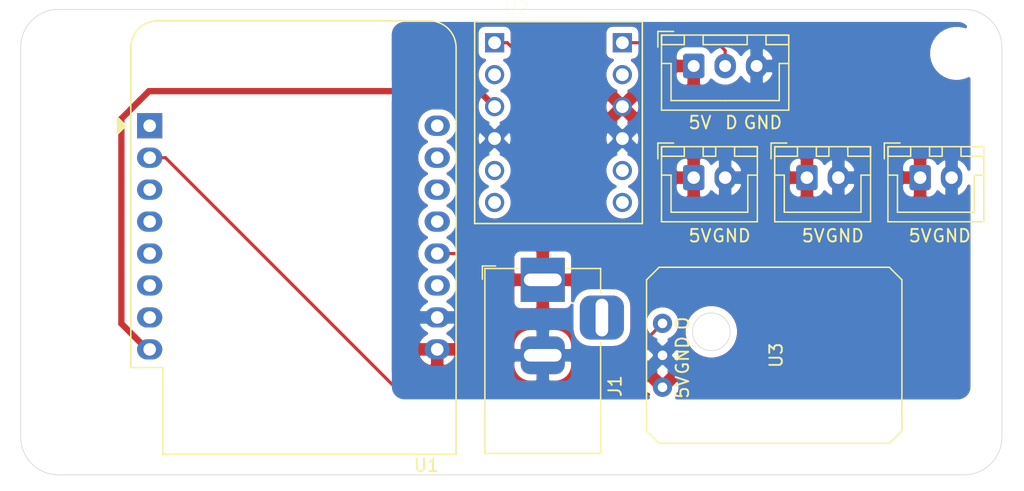
<source format=kicad_pcb>
(kicad_pcb (version 20171130) (host pcbnew "(5.1.5)-3")

  (general
    (thickness 1.6)
    (drawings 18)
    (tracks 19)
    (zones 0)
    (modules 12)
    (nets 25)
  )

  (page A4)
  (layers
    (0 F.Cu signal)
    (31 B.Cu signal)
    (32 B.Adhes user)
    (33 F.Adhes user)
    (34 B.Paste user)
    (35 F.Paste user)
    (36 B.SilkS user)
    (37 F.SilkS user)
    (38 B.Mask user)
    (39 F.Mask user)
    (40 Dwgs.User user)
    (41 Cmts.User user)
    (42 Eco1.User user)
    (43 Eco2.User user)
    (44 Edge.Cuts user)
    (45 Margin user)
    (46 B.CrtYd user)
    (47 F.CrtYd user)
    (48 B.Fab user)
    (49 F.Fab user)
  )

  (setup
    (last_trace_width 0.25)
    (user_trace_width 0.5)
    (trace_clearance 0.2)
    (zone_clearance 0.508)
    (zone_45_only no)
    (trace_min 0.2)
    (via_size 0.8)
    (via_drill 0.4)
    (via_min_size 0.4)
    (via_min_drill 0.3)
    (uvia_size 0.3)
    (uvia_drill 0.1)
    (uvias_allowed no)
    (uvia_min_size 0.2)
    (uvia_min_drill 0.1)
    (edge_width 0.05)
    (segment_width 0.2)
    (pcb_text_width 0.3)
    (pcb_text_size 1.5 1.5)
    (mod_edge_width 0.12)
    (mod_text_size 1 1)
    (mod_text_width 0.15)
    (pad_size 1.524 1.524)
    (pad_drill 0.762)
    (pad_to_mask_clearance 0.051)
    (solder_mask_min_width 0.25)
    (aux_axis_origin 0 0)
    (visible_elements 7FFFFFFF)
    (pcbplotparams
      (layerselection 0x010fc_ffffffff)
      (usegerberextensions false)
      (usegerberattributes false)
      (usegerberadvancedattributes false)
      (creategerberjobfile false)
      (excludeedgelayer true)
      (linewidth 0.100000)
      (plotframeref false)
      (viasonmask false)
      (mode 1)
      (useauxorigin false)
      (hpglpennumber 1)
      (hpglpenspeed 20)
      (hpglpendiameter 15.000000)
      (psnegative false)
      (psa4output false)
      (plotreference true)
      (plotvalue true)
      (plotinvisibletext false)
      (padsonsilk false)
      (subtractmaskfromsilk false)
      (outputformat 1)
      (mirror false)
      (drillshape 0)
      (scaleselection 1)
      (outputdirectory "gerber/"))
  )

  (net 0 "")
  (net 1 "Net-(J1-Pad3)")
  (net 2 +5V)
  (net 3 "Net-(U1-Pad16)")
  (net 4 "Net-(U1-Pad15)")
  (net 5 "Net-(U1-Pad14)")
  (net 6 "Net-(U1-Pad13)")
  (net 7 "Net-(U1-Pad11)")
  (net 8 "Net-(U1-Pad7)")
  (net 9 "Net-(U1-Pad6)")
  (net 10 "Net-(U1-Pad5)")
  (net 11 "Net-(U1-Pad4)")
  (net 12 "Net-(U1-Pad3)")
  (net 13 "Net-(U1-Pad1)")
  (net 14 "Net-(U2-PadLV2)")
  (net 15 "Net-(U2-PadLV3)")
  (net 16 "Net-(U2-PadLV4)")
  (net 17 "Net-(U2-PadHV2)")
  (net 18 "Net-(U2-PadHV3)")
  (net 19 "Net-(U2-PadHV4)")
  (net 20 GND)
  (net 21 Sound)
  (net 22 DATA_HV)
  (net 23 DATA_LV)
  (net 24 3V3)

  (net_class Default "This is the default net class."
    (clearance 0.2)
    (trace_width 0.25)
    (via_dia 0.8)
    (via_drill 0.4)
    (uvia_dia 0.3)
    (uvia_drill 0.1)
    (add_net +5V)
    (add_net 3V3)
    (add_net DATA_HV)
    (add_net DATA_LV)
    (add_net GND)
    (add_net "Net-(J1-Pad3)")
    (add_net "Net-(U1-Pad1)")
    (add_net "Net-(U1-Pad11)")
    (add_net "Net-(U1-Pad13)")
    (add_net "Net-(U1-Pad14)")
    (add_net "Net-(U1-Pad15)")
    (add_net "Net-(U1-Pad16)")
    (add_net "Net-(U1-Pad3)")
    (add_net "Net-(U1-Pad4)")
    (add_net "Net-(U1-Pad5)")
    (add_net "Net-(U1-Pad6)")
    (add_net "Net-(U1-Pad7)")
    (add_net "Net-(U2-PadHV2)")
    (add_net "Net-(U2-PadHV3)")
    (add_net "Net-(U2-PadHV4)")
    (add_net "Net-(U2-PadLV2)")
    (add_net "Net-(U2-PadLV3)")
    (add_net "Net-(U2-PadLV4)")
    (add_net Sound)
  )

  (module MountingHole:MountingHole_3.2mm_M3_DIN965 (layer F.Cu) (tedit 56D1B4CB) (tstamp 602C49AE)
    (at 35.5 50.65)
    (descr "Mounting Hole 3.2mm, no annular, M3, DIN965")
    (tags "mounting hole 3.2mm no annular m3 din965")
    (path /602D0753)
    (attr virtual)
    (fp_text reference H4 (at 0 -3.8) (layer F.SilkS) hide
      (effects (font (size 1 1) (thickness 0.15)))
    )
    (fp_text value MountingHole (at 0 3.8) (layer F.Fab)
      (effects (font (size 1 1) (thickness 0.15)))
    )
    (fp_circle (center 0 0) (end 3.05 0) (layer F.CrtYd) (width 0.05))
    (fp_circle (center 0 0) (end 2.8 0) (layer Cmts.User) (width 0.15))
    (fp_text user %R (at 0.3 0) (layer F.Fab)
      (effects (font (size 1 1) (thickness 0.15)))
    )
    (pad 1 np_thru_hole circle (at 0 0) (size 3.2 3.2) (drill 3.2) (layers *.Cu *.Mask))
  )

  (module MountingHole:MountingHole_3.2mm_M3_DIN965 (layer F.Cu) (tedit 56D1B4CB) (tstamp 602C60EB)
    (at 106.4 50.65)
    (descr "Mounting Hole 3.2mm, no annular, M3, DIN965")
    (tags "mounting hole 3.2mm no annular m3 din965")
    (path /602D0564)
    (attr virtual)
    (fp_text reference H3 (at 0 -3.8) (layer F.SilkS) hide
      (effects (font (size 1 1) (thickness 0.15)))
    )
    (fp_text value MountingHole (at 0 3.8) (layer F.Fab)
      (effects (font (size 1 1) (thickness 0.15)))
    )
    (fp_circle (center 0 0) (end 3.05 0) (layer F.CrtYd) (width 0.05))
    (fp_circle (center 0 0) (end 2.8 0) (layer Cmts.User) (width 0.15))
    (fp_text user %R (at 0.3 0) (layer F.Fab)
      (effects (font (size 1 1) (thickness 0.15)))
    )
    (pad 1 np_thru_hole circle (at 0 0) (size 3.2 3.2) (drill 3.2) (layers *.Cu *.Mask))
  )

  (module MountingHole:MountingHole_3.2mm_M3_DIN965 (layer F.Cu) (tedit 56D1B4CB) (tstamp 602C6100)
    (at 106.4 20.5)
    (descr "Mounting Hole 3.2mm, no annular, M3, DIN965")
    (tags "mounting hole 3.2mm no annular m3 din965")
    (path /602D037B)
    (attr virtual)
    (fp_text reference H2 (at 0 -3.8) (layer F.SilkS) hide
      (effects (font (size 1 1) (thickness 0.15)))
    )
    (fp_text value MountingHole (at 0 3.8) (layer F.Fab)
      (effects (font (size 1 1) (thickness 0.15)))
    )
    (fp_circle (center 0 0) (end 3.05 0) (layer F.CrtYd) (width 0.05))
    (fp_circle (center 0 0) (end 2.8 0) (layer Cmts.User) (width 0.15))
    (fp_text user %R (at 0.3 0) (layer F.Fab)
      (effects (font (size 1 1) (thickness 0.15)))
    )
    (pad 1 np_thru_hole circle (at 0 0) (size 3.2 3.2) (drill 3.2) (layers *.Cu *.Mask))
  )

  (module MountingHole:MountingHole_3.2mm_M3_DIN965 (layer F.Cu) (tedit 56D1B4CB) (tstamp 602C8FAF)
    (at 35.5 20.5)
    (descr "Mounting Hole 3.2mm, no annular, M3, DIN965")
    (tags "mounting hole 3.2mm no annular m3 din965")
    (path /602CFF6E)
    (attr virtual)
    (fp_text reference H1 (at 0 -3.8) (layer F.SilkS) hide
      (effects (font (size 1 1) (thickness 0.15)))
    )
    (fp_text value MountingHole (at 0 3.8) (layer F.Fab)
      (effects (font (size 1 1) (thickness 0.15)))
    )
    (fp_circle (center 0 0) (end 3.05 0) (layer F.CrtYd) (width 0.05))
    (fp_circle (center 0 0) (end 2.8 0) (layer Cmts.User) (width 0.15))
    (fp_text user %R (at 0.3 0) (layer F.Fab)
      (effects (font (size 1 1) (thickness 0.15)))
    )
    (pad 1 np_thru_hole circle (at 0 0) (size 3.2 3.2) (drill 3.2) (layers *.Cu *.Mask))
  )

  (module Connector_JST:JST_XH_B2B-XH-A_1x02_P2.50mm_Vertical (layer F.Cu) (tedit 5C28146C) (tstamp 602C7E6B)
    (at 103.5 30.375)
    (descr "JST XH series connector, B2B-XH-A (http://www.jst-mfg.com/product/pdf/eng/eXH.pdf), generated with kicad-footprint-generator")
    (tags "connector JST XH vertical")
    (path /602ECE58)
    (fp_text reference J5 (at 4 -0.875) (layer F.SilkS) hide
      (effects (font (size 1 1) (thickness 0.15)))
    )
    (fp_text value Conn_01x02_Male (at 1.5 1.625) (layer F.Fab)
      (effects (font (size 1 1) (thickness 0.15)))
    )
    (fp_text user %R (at 1.25 2.7) (layer F.Fab)
      (effects (font (size 1 1) (thickness 0.15)))
    )
    (fp_line (start -2.85 -2.75) (end -2.85 -1.5) (layer F.SilkS) (width 0.12))
    (fp_line (start -1.6 -2.75) (end -2.85 -2.75) (layer F.SilkS) (width 0.12))
    (fp_line (start 4.3 2.75) (end 1.25 2.75) (layer F.SilkS) (width 0.12))
    (fp_line (start 4.3 -0.2) (end 4.3 2.75) (layer F.SilkS) (width 0.12))
    (fp_line (start 5.05 -0.2) (end 4.3 -0.2) (layer F.SilkS) (width 0.12))
    (fp_line (start -1.8 2.75) (end 1.25 2.75) (layer F.SilkS) (width 0.12))
    (fp_line (start -1.8 -0.2) (end -1.8 2.75) (layer F.SilkS) (width 0.12))
    (fp_line (start -2.55 -0.2) (end -1.8 -0.2) (layer F.SilkS) (width 0.12))
    (fp_line (start 5.05 -2.45) (end 3.25 -2.45) (layer F.SilkS) (width 0.12))
    (fp_line (start 5.05 -1.7) (end 5.05 -2.45) (layer F.SilkS) (width 0.12))
    (fp_line (start 3.25 -1.7) (end 5.05 -1.7) (layer F.SilkS) (width 0.12))
    (fp_line (start 3.25 -2.45) (end 3.25 -1.7) (layer F.SilkS) (width 0.12))
    (fp_line (start -0.75 -2.45) (end -2.55 -2.45) (layer F.SilkS) (width 0.12))
    (fp_line (start -0.75 -1.7) (end -0.75 -2.45) (layer F.SilkS) (width 0.12))
    (fp_line (start -2.55 -1.7) (end -0.75 -1.7) (layer F.SilkS) (width 0.12))
    (fp_line (start -2.55 -2.45) (end -2.55 -1.7) (layer F.SilkS) (width 0.12))
    (fp_line (start 1.75 -2.45) (end 0.75 -2.45) (layer F.SilkS) (width 0.12))
    (fp_line (start 1.75 -1.7) (end 1.75 -2.45) (layer F.SilkS) (width 0.12))
    (fp_line (start 0.75 -1.7) (end 1.75 -1.7) (layer F.SilkS) (width 0.12))
    (fp_line (start 0.75 -2.45) (end 0.75 -1.7) (layer F.SilkS) (width 0.12))
    (fp_line (start 0 -1.35) (end 0.625 -2.35) (layer F.Fab) (width 0.1))
    (fp_line (start -0.625 -2.35) (end 0 -1.35) (layer F.Fab) (width 0.1))
    (fp_line (start 5.45 -2.85) (end -2.95 -2.85) (layer F.CrtYd) (width 0.05))
    (fp_line (start 5.45 3.9) (end 5.45 -2.85) (layer F.CrtYd) (width 0.05))
    (fp_line (start -2.95 3.9) (end 5.45 3.9) (layer F.CrtYd) (width 0.05))
    (fp_line (start -2.95 -2.85) (end -2.95 3.9) (layer F.CrtYd) (width 0.05))
    (fp_line (start 5.06 -2.46) (end -2.56 -2.46) (layer F.SilkS) (width 0.12))
    (fp_line (start 5.06 3.51) (end 5.06 -2.46) (layer F.SilkS) (width 0.12))
    (fp_line (start -2.56 3.51) (end 5.06 3.51) (layer F.SilkS) (width 0.12))
    (fp_line (start -2.56 -2.46) (end -2.56 3.51) (layer F.SilkS) (width 0.12))
    (fp_line (start 4.95 -2.35) (end -2.45 -2.35) (layer F.Fab) (width 0.1))
    (fp_line (start 4.95 3.4) (end 4.95 -2.35) (layer F.Fab) (width 0.1))
    (fp_line (start -2.45 3.4) (end 4.95 3.4) (layer F.Fab) (width 0.1))
    (fp_line (start -2.45 -2.35) (end -2.45 3.4) (layer F.Fab) (width 0.1))
    (pad 2 thru_hole oval (at 2.5 0) (size 1.7 2) (drill 1) (layers *.Cu *.Mask)
      (net 20 GND))
    (pad 1 thru_hole roundrect (at 0 0) (size 1.7 2) (drill 1) (layers *.Cu *.Mask) (roundrect_rratio 0.147059)
      (net 2 +5V))
    (model ${KISYS3DMOD}/Connector_JST.3dshapes/JST_XH_B2B-XH-A_1x02_P2.50mm_Vertical.wrl
      (at (xyz 0 0 0))
      (scale (xyz 1 1 1))
      (rotate (xyz 0 0 0))
    )
  )

  (module Connector_BarrelJack:BarrelJack_Horizontal (layer F.Cu) (tedit 602C029B) (tstamp 602C4482)
    (at 73.5 38.5 90)
    (descr "DC Barrel Jack")
    (tags "Power Jack")
    (path /602C2675)
    (fp_text reference J1 (at -8.45 5.75 90) (layer F.SilkS)
      (effects (font (size 1 1) (thickness 0.15)))
    )
    (fp_text value Barrel_Jack_Switch (at -6.2 -5.5 90) (layer F.Fab)
      (effects (font (size 1 1) (thickness 0.15)))
    )
    (fp_line (start 0 -4.5) (end -13.7 -4.5) (layer F.Fab) (width 0.1))
    (fp_line (start 0.8 4.5) (end 0.8 -3.75) (layer F.Fab) (width 0.1))
    (fp_line (start -13.7 4.5) (end 0.8 4.5) (layer F.Fab) (width 0.1))
    (fp_line (start -13.7 -4.5) (end -13.7 4.5) (layer F.Fab) (width 0.1))
    (fp_line (start -10.2 -4.5) (end -10.2 4.5) (layer F.Fab) (width 0.1))
    (fp_line (start 0.9 -4.6) (end 0.9 -2) (layer F.SilkS) (width 0.12))
    (fp_line (start -13.8 -4.6) (end 0.9 -4.6) (layer F.SilkS) (width 0.12))
    (fp_line (start 0.9 4.6) (end -1 4.6) (layer F.SilkS) (width 0.12))
    (fp_line (start 0.9 1.9) (end 0.9 4.6) (layer F.SilkS) (width 0.12))
    (fp_line (start -13.8 4.6) (end -13.8 -4.6) (layer F.SilkS) (width 0.12))
    (fp_line (start -5 4.6) (end -13.8 4.6) (layer F.SilkS) (width 0.12))
    (fp_line (start -14 4.75) (end -14 -4.75) (layer F.CrtYd) (width 0.05))
    (fp_line (start -5 4.75) (end -14 4.75) (layer F.CrtYd) (width 0.05))
    (fp_line (start -5 6.75) (end -5 4.75) (layer F.CrtYd) (width 0.05))
    (fp_line (start -1 6.75) (end -5 6.75) (layer F.CrtYd) (width 0.05))
    (fp_line (start -1 4.75) (end -1 6.75) (layer F.CrtYd) (width 0.05))
    (fp_line (start 1 4.75) (end -1 4.75) (layer F.CrtYd) (width 0.05))
    (fp_line (start 1 2) (end 1 4.75) (layer F.CrtYd) (width 0.05))
    (fp_line (start 2 2) (end 1 2) (layer F.CrtYd) (width 0.05))
    (fp_line (start 2 -2) (end 2 2) (layer F.CrtYd) (width 0.05))
    (fp_line (start 1 -2) (end 2 -2) (layer F.CrtYd) (width 0.05))
    (fp_line (start 1 -4.5) (end 1 -2) (layer F.CrtYd) (width 0.05))
    (fp_line (start 1 -4.75) (end -14 -4.75) (layer F.CrtYd) (width 0.05))
    (fp_line (start 1 -4.5) (end 1 -4.75) (layer F.CrtYd) (width 0.05))
    (fp_line (start 0.05 -4.8) (end 1.1 -4.8) (layer F.SilkS) (width 0.12))
    (fp_line (start 1.1 -3.75) (end 1.1 -4.8) (layer F.SilkS) (width 0.12))
    (fp_line (start -0.003213 -4.505425) (end 0.8 -3.75) (layer F.Fab) (width 0.1))
    (fp_text user %R (at -3 -2.95 90) (layer F.Fab)
      (effects (font (size 1 1) (thickness 0.15)))
    )
    (pad 3 thru_hole roundrect (at -3 4.7 90) (size 3.5 3.5) (drill oval 3 1) (layers *.Cu *.Mask) (roundrect_rratio 0.25)
      (net 1 "Net-(J1-Pad3)"))
    (pad 2 thru_hole roundrect (at -6 0 90) (size 3 3.5) (drill oval 1 3) (layers *.Cu *.Mask) (roundrect_rratio 0.25)
      (net 20 GND))
    (pad 1 thru_hole rect (at 0 0 90) (size 3.5 3.5) (drill oval 1 3) (layers *.Cu *.Mask)
      (net 2 +5V))
    (model ${KISYS3DMOD}/Connector_BarrelJack.3dshapes/BarrelJack_Horizontal.wrl
      (at (xyz 0 0 0))
      (scale (xyz 1 1 1))
      (rotate (xyz 0 0 0))
    )
    (model "${KISYS3DMOD}/Custom.3dshapes/Power Barrel Connector Jack 694106301002.stp"
      (at (xyz 0 0 0))
      (scale (xyz 1 1 1))
      (rotate (xyz 0 0 90))
    )
  )

  (module Paul_custom_footprints:MAX4466 (layer F.Cu) (tedit 602BFD80) (tstamp 602C9904)
    (at 102.05 44.5 270)
    (path /602CA863)
    (fp_text reference U3 (at 0 10 90) (layer F.SilkS)
      (effects (font (size 1 1) (thickness 0.15)))
    )
    (fp_text value MAX4466 (at 0 9 90) (layer F.Fab)
      (effects (font (size 1 1) (thickness 0.15)))
    )
    (fp_line (start 6 0) (end -6 0) (layer F.SilkS) (width 0.12))
    (fp_line (start 7 19.3) (end 7 1) (layer F.SilkS) (width 0.12))
    (fp_line (start -6 20.3) (end 6 20.3) (layer F.SilkS) (width 0.12))
    (fp_line (start -7 1) (end -7 19.3) (layer F.SilkS) (width 0.12))
    (fp_line (start 6 0) (end 7 1) (layer F.SilkS) (width 0.12))
    (fp_line (start -6 0) (end -7 1) (layer F.SilkS) (width 0.12))
    (fp_line (start -7 19.3) (end -6 20.3) (layer F.SilkS) (width 0.12))
    (fp_line (start 7 19.3) (end 6 20.3) (layer F.SilkS) (width 0.12))
    (fp_text user O (at -2.54 17.445 90) (layer F.SilkS)
      (effects (font (size 1 1) (thickness 0.15)))
    )
    (fp_text user GND (at 0 17.445 90) (layer F.SilkS)
      (effects (font (size 1 1) (thickness 0.15)))
    )
    (fp_text user 5V (at 2.54 17.445 90) (layer F.SilkS)
      (effects (font (size 1 1) (thickness 0.15)))
    )
    (pad 3 thru_hole circle (at 2.54 19.03 270) (size 1.524 1.524) (drill 0.762) (layers *.Cu *.Mask)
      (net 2 +5V))
    (pad 2 thru_hole circle (at 0 19.03 270) (size 1.524 1.524) (drill 0.762) (layers *.Cu *.Mask)
      (net 20 GND))
    (pad 1 thru_hole circle (at -2.54 19.03 270) (size 1.524 1.524) (drill 0.762) (layers *.Cu *.Mask)
      (net 21 Sound))
    (model ${KISYS3DMOD}/Custom.3dshapes/Max4466.step
      (offset (xyz 7.15 -20.5 4))
      (scale (xyz 1 1 1))
      (rotate (xyz 90 0 180))
    )
  )

  (module Connector_JST:JST_XH_B2B-XH-A_1x02_P2.50mm_Vertical (layer F.Cu) (tedit 5C28146C) (tstamp 602C3718)
    (at 94.5 30.375)
    (descr "JST XH series connector, B2B-XH-A (http://www.jst-mfg.com/product/pdf/eng/eXH.pdf), generated with kicad-footprint-generator")
    (tags "connector JST XH vertical")
    (path /602C5D64)
    (fp_text reference J4 (at 4 -0.875) (layer F.SilkS) hide
      (effects (font (size 1 1) (thickness 0.15)))
    )
    (fp_text value Conn_01x02_Male (at 1.25 1.625) (layer F.Fab)
      (effects (font (size 1 1) (thickness 0.15)))
    )
    (fp_text user %R (at 1.25 2.7) (layer F.Fab)
      (effects (font (size 1 1) (thickness 0.15)))
    )
    (fp_line (start -2.85 -2.75) (end -2.85 -1.5) (layer F.SilkS) (width 0.12))
    (fp_line (start -1.6 -2.75) (end -2.85 -2.75) (layer F.SilkS) (width 0.12))
    (fp_line (start 4.3 2.75) (end 1.25 2.75) (layer F.SilkS) (width 0.12))
    (fp_line (start 4.3 -0.2) (end 4.3 2.75) (layer F.SilkS) (width 0.12))
    (fp_line (start 5.05 -0.2) (end 4.3 -0.2) (layer F.SilkS) (width 0.12))
    (fp_line (start -1.8 2.75) (end 1.25 2.75) (layer F.SilkS) (width 0.12))
    (fp_line (start -1.8 -0.2) (end -1.8 2.75) (layer F.SilkS) (width 0.12))
    (fp_line (start -2.55 -0.2) (end -1.8 -0.2) (layer F.SilkS) (width 0.12))
    (fp_line (start 5.05 -2.45) (end 3.25 -2.45) (layer F.SilkS) (width 0.12))
    (fp_line (start 5.05 -1.7) (end 5.05 -2.45) (layer F.SilkS) (width 0.12))
    (fp_line (start 3.25 -1.7) (end 5.05 -1.7) (layer F.SilkS) (width 0.12))
    (fp_line (start 3.25 -2.45) (end 3.25 -1.7) (layer F.SilkS) (width 0.12))
    (fp_line (start -0.75 -2.45) (end -2.55 -2.45) (layer F.SilkS) (width 0.12))
    (fp_line (start -0.75 -1.7) (end -0.75 -2.45) (layer F.SilkS) (width 0.12))
    (fp_line (start -2.55 -1.7) (end -0.75 -1.7) (layer F.SilkS) (width 0.12))
    (fp_line (start -2.55 -2.45) (end -2.55 -1.7) (layer F.SilkS) (width 0.12))
    (fp_line (start 1.75 -2.45) (end 0.75 -2.45) (layer F.SilkS) (width 0.12))
    (fp_line (start 1.75 -1.7) (end 1.75 -2.45) (layer F.SilkS) (width 0.12))
    (fp_line (start 0.75 -1.7) (end 1.75 -1.7) (layer F.SilkS) (width 0.12))
    (fp_line (start 0.75 -2.45) (end 0.75 -1.7) (layer F.SilkS) (width 0.12))
    (fp_line (start 0 -1.35) (end 0.625 -2.35) (layer F.Fab) (width 0.1))
    (fp_line (start -0.625 -2.35) (end 0 -1.35) (layer F.Fab) (width 0.1))
    (fp_line (start 5.45 -2.85) (end -2.95 -2.85) (layer F.CrtYd) (width 0.05))
    (fp_line (start 5.45 3.9) (end 5.45 -2.85) (layer F.CrtYd) (width 0.05))
    (fp_line (start -2.95 3.9) (end 5.45 3.9) (layer F.CrtYd) (width 0.05))
    (fp_line (start -2.95 -2.85) (end -2.95 3.9) (layer F.CrtYd) (width 0.05))
    (fp_line (start 5.06 -2.46) (end -2.56 -2.46) (layer F.SilkS) (width 0.12))
    (fp_line (start 5.06 3.51) (end 5.06 -2.46) (layer F.SilkS) (width 0.12))
    (fp_line (start -2.56 3.51) (end 5.06 3.51) (layer F.SilkS) (width 0.12))
    (fp_line (start -2.56 -2.46) (end -2.56 3.51) (layer F.SilkS) (width 0.12))
    (fp_line (start 4.95 -2.35) (end -2.45 -2.35) (layer F.Fab) (width 0.1))
    (fp_line (start 4.95 3.4) (end 4.95 -2.35) (layer F.Fab) (width 0.1))
    (fp_line (start -2.45 3.4) (end 4.95 3.4) (layer F.Fab) (width 0.1))
    (fp_line (start -2.45 -2.35) (end -2.45 3.4) (layer F.Fab) (width 0.1))
    (pad 2 thru_hole oval (at 2.5 0) (size 1.7 2) (drill 1) (layers *.Cu *.Mask)
      (net 20 GND))
    (pad 1 thru_hole roundrect (at 0 0) (size 1.7 2) (drill 1) (layers *.Cu *.Mask) (roundrect_rratio 0.147059)
      (net 2 +5V))
    (model ${KISYS3DMOD}/Connector_JST.3dshapes/JST_XH_B2B-XH-A_1x02_P2.50mm_Vertical.wrl
      (at (xyz 0 0 0))
      (scale (xyz 1 1 1))
      (rotate (xyz 0 0 0))
    )
  )

  (module Connector_JST:JST_XH_B2B-XH-A_1x02_P2.50mm_Vertical (layer F.Cu) (tedit 5C28146C) (tstamp 602C36EF)
    (at 85.5 30.375)
    (descr "JST XH series connector, B2B-XH-A (http://www.jst-mfg.com/product/pdf/eng/eXH.pdf), generated with kicad-footprint-generator")
    (tags "connector JST XH vertical")
    (path /602C50E7)
    (fp_text reference J3 (at 4 -0.875) (layer F.SilkS) hide
      (effects (font (size 1 1) (thickness 0.15)))
    )
    (fp_text value Conn_01x02_Male (at 1.5 1.625) (layer F.Fab)
      (effects (font (size 1 1) (thickness 0.15)))
    )
    (fp_text user %R (at 1.25 2.7) (layer F.Fab)
      (effects (font (size 1 1) (thickness 0.15)))
    )
    (fp_line (start -2.85 -2.75) (end -2.85 -1.5) (layer F.SilkS) (width 0.12))
    (fp_line (start -1.6 -2.75) (end -2.85 -2.75) (layer F.SilkS) (width 0.12))
    (fp_line (start 4.3 2.75) (end 1.25 2.75) (layer F.SilkS) (width 0.12))
    (fp_line (start 4.3 -0.2) (end 4.3 2.75) (layer F.SilkS) (width 0.12))
    (fp_line (start 5.05 -0.2) (end 4.3 -0.2) (layer F.SilkS) (width 0.12))
    (fp_line (start -1.8 2.75) (end 1.25 2.75) (layer F.SilkS) (width 0.12))
    (fp_line (start -1.8 -0.2) (end -1.8 2.75) (layer F.SilkS) (width 0.12))
    (fp_line (start -2.55 -0.2) (end -1.8 -0.2) (layer F.SilkS) (width 0.12))
    (fp_line (start 5.05 -2.45) (end 3.25 -2.45) (layer F.SilkS) (width 0.12))
    (fp_line (start 5.05 -1.7) (end 5.05 -2.45) (layer F.SilkS) (width 0.12))
    (fp_line (start 3.25 -1.7) (end 5.05 -1.7) (layer F.SilkS) (width 0.12))
    (fp_line (start 3.25 -2.45) (end 3.25 -1.7) (layer F.SilkS) (width 0.12))
    (fp_line (start -0.75 -2.45) (end -2.55 -2.45) (layer F.SilkS) (width 0.12))
    (fp_line (start -0.75 -1.7) (end -0.75 -2.45) (layer F.SilkS) (width 0.12))
    (fp_line (start -2.55 -1.7) (end -0.75 -1.7) (layer F.SilkS) (width 0.12))
    (fp_line (start -2.55 -2.45) (end -2.55 -1.7) (layer F.SilkS) (width 0.12))
    (fp_line (start 1.75 -2.45) (end 0.75 -2.45) (layer F.SilkS) (width 0.12))
    (fp_line (start 1.75 -1.7) (end 1.75 -2.45) (layer F.SilkS) (width 0.12))
    (fp_line (start 0.75 -1.7) (end 1.75 -1.7) (layer F.SilkS) (width 0.12))
    (fp_line (start 0.75 -2.45) (end 0.75 -1.7) (layer F.SilkS) (width 0.12))
    (fp_line (start 0 -1.35) (end 0.625 -2.35) (layer F.Fab) (width 0.1))
    (fp_line (start -0.625 -2.35) (end 0 -1.35) (layer F.Fab) (width 0.1))
    (fp_line (start 5.45 -2.85) (end -2.95 -2.85) (layer F.CrtYd) (width 0.05))
    (fp_line (start 5.45 3.9) (end 5.45 -2.85) (layer F.CrtYd) (width 0.05))
    (fp_line (start -2.95 3.9) (end 5.45 3.9) (layer F.CrtYd) (width 0.05))
    (fp_line (start -2.95 -2.85) (end -2.95 3.9) (layer F.CrtYd) (width 0.05))
    (fp_line (start 5.06 -2.46) (end -2.56 -2.46) (layer F.SilkS) (width 0.12))
    (fp_line (start 5.06 3.51) (end 5.06 -2.46) (layer F.SilkS) (width 0.12))
    (fp_line (start -2.56 3.51) (end 5.06 3.51) (layer F.SilkS) (width 0.12))
    (fp_line (start -2.56 -2.46) (end -2.56 3.51) (layer F.SilkS) (width 0.12))
    (fp_line (start 4.95 -2.35) (end -2.45 -2.35) (layer F.Fab) (width 0.1))
    (fp_line (start 4.95 3.4) (end 4.95 -2.35) (layer F.Fab) (width 0.1))
    (fp_line (start -2.45 3.4) (end 4.95 3.4) (layer F.Fab) (width 0.1))
    (fp_line (start -2.45 -2.35) (end -2.45 3.4) (layer F.Fab) (width 0.1))
    (pad 2 thru_hole oval (at 2.5 0) (size 1.7 2) (drill 1) (layers *.Cu *.Mask)
      (net 20 GND))
    (pad 1 thru_hole roundrect (at 0 0) (size 1.7 2) (drill 1) (layers *.Cu *.Mask) (roundrect_rratio 0.147059)
      (net 2 +5V))
    (model ${KISYS3DMOD}/Connector_JST.3dshapes/JST_XH_B2B-XH-A_1x02_P2.50mm_Vertical.wrl
      (at (xyz 0 0 0))
      (scale (xyz 1 1 1))
      (rotate (xyz 0 0 0))
    )
  )

  (module Connector_JST:JST_XH_B3B-XH-A_1x03_P2.50mm_Vertical (layer F.Cu) (tedit 5C28146C) (tstamp 602C36C6)
    (at 85.5 21.5)
    (descr "JST XH series connector, B3B-XH-A (http://www.jst-mfg.com/product/pdf/eng/eXH.pdf), generated with kicad-footprint-generator")
    (tags "connector JST XH vertical")
    (path /602C4868)
    (fp_text reference J2 (at 6.5 -1) (layer F.SilkS) hide
      (effects (font (size 1 1) (thickness 0.15)))
    )
    (fp_text value Conn_01x03_Male (at 2.5 2) (layer F.Fab) hide
      (effects (font (size 1 1) (thickness 0.15)))
    )
    (fp_text user %R (at 2.5 2.7) (layer F.Fab)
      (effects (font (size 1 1) (thickness 0.15)))
    )
    (fp_line (start -2.85 -2.75) (end -2.85 -1.5) (layer F.SilkS) (width 0.12))
    (fp_line (start -1.6 -2.75) (end -2.85 -2.75) (layer F.SilkS) (width 0.12))
    (fp_line (start 6.8 2.75) (end 2.5 2.75) (layer F.SilkS) (width 0.12))
    (fp_line (start 6.8 -0.2) (end 6.8 2.75) (layer F.SilkS) (width 0.12))
    (fp_line (start 7.55 -0.2) (end 6.8 -0.2) (layer F.SilkS) (width 0.12))
    (fp_line (start -1.8 2.75) (end 2.5 2.75) (layer F.SilkS) (width 0.12))
    (fp_line (start -1.8 -0.2) (end -1.8 2.75) (layer F.SilkS) (width 0.12))
    (fp_line (start -2.55 -0.2) (end -1.8 -0.2) (layer F.SilkS) (width 0.12))
    (fp_line (start 7.55 -2.45) (end 5.75 -2.45) (layer F.SilkS) (width 0.12))
    (fp_line (start 7.55 -1.7) (end 7.55 -2.45) (layer F.SilkS) (width 0.12))
    (fp_line (start 5.75 -1.7) (end 7.55 -1.7) (layer F.SilkS) (width 0.12))
    (fp_line (start 5.75 -2.45) (end 5.75 -1.7) (layer F.SilkS) (width 0.12))
    (fp_line (start -0.75 -2.45) (end -2.55 -2.45) (layer F.SilkS) (width 0.12))
    (fp_line (start -0.75 -1.7) (end -0.75 -2.45) (layer F.SilkS) (width 0.12))
    (fp_line (start -2.55 -1.7) (end -0.75 -1.7) (layer F.SilkS) (width 0.12))
    (fp_line (start -2.55 -2.45) (end -2.55 -1.7) (layer F.SilkS) (width 0.12))
    (fp_line (start 4.25 -2.45) (end 0.75 -2.45) (layer F.SilkS) (width 0.12))
    (fp_line (start 4.25 -1.7) (end 4.25 -2.45) (layer F.SilkS) (width 0.12))
    (fp_line (start 0.75 -1.7) (end 4.25 -1.7) (layer F.SilkS) (width 0.12))
    (fp_line (start 0.75 -2.45) (end 0.75 -1.7) (layer F.SilkS) (width 0.12))
    (fp_line (start 0 -1.35) (end 0.625 -2.35) (layer F.Fab) (width 0.1))
    (fp_line (start -0.625 -2.35) (end 0 -1.35) (layer F.Fab) (width 0.1))
    (fp_line (start 7.95 -2.85) (end -2.95 -2.85) (layer F.CrtYd) (width 0.05))
    (fp_line (start 7.95 3.9) (end 7.95 -2.85) (layer F.CrtYd) (width 0.05))
    (fp_line (start -2.95 3.9) (end 7.95 3.9) (layer F.CrtYd) (width 0.05))
    (fp_line (start -2.95 -2.85) (end -2.95 3.9) (layer F.CrtYd) (width 0.05))
    (fp_line (start 7.56 -2.46) (end -2.56 -2.46) (layer F.SilkS) (width 0.12))
    (fp_line (start 7.56 3.51) (end 7.56 -2.46) (layer F.SilkS) (width 0.12))
    (fp_line (start -2.56 3.51) (end 7.56 3.51) (layer F.SilkS) (width 0.12))
    (fp_line (start -2.56 -2.46) (end -2.56 3.51) (layer F.SilkS) (width 0.12))
    (fp_line (start 7.45 -2.35) (end -2.45 -2.35) (layer F.Fab) (width 0.1))
    (fp_line (start 7.45 3.4) (end 7.45 -2.35) (layer F.Fab) (width 0.1))
    (fp_line (start -2.45 3.4) (end 7.45 3.4) (layer F.Fab) (width 0.1))
    (fp_line (start -2.45 -2.35) (end -2.45 3.4) (layer F.Fab) (width 0.1))
    (pad 3 thru_hole oval (at 5 0) (size 1.7 1.95) (drill 0.95) (layers *.Cu *.Mask)
      (net 20 GND))
    (pad 2 thru_hole oval (at 2.5 0) (size 1.7 1.95) (drill 0.95) (layers *.Cu *.Mask)
      (net 22 DATA_HV))
    (pad 1 thru_hole roundrect (at 0 0) (size 1.7 1.95) (drill 0.95) (layers *.Cu *.Mask) (roundrect_rratio 0.147059)
      (net 2 +5V))
    (model ${KISYS3DMOD}/Connector_JST.3dshapes/JST_XH_B3B-XH-A_1x03_P2.50mm_Vertical.wrl
      (at (xyz 0 0 0))
      (scale (xyz 1 1 1))
      (rotate (xyz 0 0 0))
    )
  )

  (module Paul_custom_footprints:Logic_level_converter (layer F.Cu) (tedit 602BDB27) (tstamp 602C3187)
    (at 74.75 26)
    (path /602BF10D)
    (fp_text reference U2 (at -3.325 -9.135) (layer F.SilkS)
      (effects (font (size 1 1) (thickness 0.015)))
    )
    (fp_text value Logic_level_converter (at 2.39 9.135) (layer F.Fab)
      (effects (font (size 1 1) (thickness 0.015)))
    )
    (fp_line (start 6.665 -8.025) (end 6.665 8.025) (layer F.SilkS) (width 0.127))
    (fp_line (start 6.665 8.025) (end -6.665 8.025) (layer F.SilkS) (width 0.127))
    (fp_line (start -6.665 8.025) (end -6.665 -8.025) (layer F.SilkS) (width 0.127))
    (fp_line (start -6.665 -8.025) (end 6.665 -8.025) (layer F.SilkS) (width 0.127))
    (fp_line (start 6.915 -8.275) (end -6.915 -8.275) (layer F.CrtYd) (width 0.05))
    (fp_line (start -6.915 -8.275) (end -6.915 8.275) (layer F.CrtYd) (width 0.05))
    (fp_line (start -6.915 8.275) (end 6.915 8.275) (layer F.CrtYd) (width 0.05))
    (fp_line (start 6.915 8.275) (end 6.915 -8.275) (layer F.CrtYd) (width 0.05))
    (fp_line (start 6.665 -8.025) (end 6.665 8.025) (layer F.Fab) (width 0.127))
    (fp_line (start 6.665 8.025) (end -6.665 8.025) (layer F.Fab) (width 0.127))
    (fp_line (start -6.665 8.025) (end -6.665 -8.025) (layer F.Fab) (width 0.127))
    (fp_line (start -6.665 -8.025) (end 6.665 -8.025) (layer F.Fab) (width 0.127))
    (pad LV1 thru_hole rect (at -5.08 -6.35) (size 1.524 1.524) (drill 1.016) (layers *.Cu *.Mask)
      (net 23 DATA_LV))
    (pad LV2 thru_hole circle (at -5.08 -3.81) (size 1.524 1.524) (drill 1.016) (layers *.Cu *.Mask)
      (net 14 "Net-(U2-PadLV2)"))
    (pad LV thru_hole circle (at -5.08 -1.27) (size 1.524 1.524) (drill 1.016) (layers *.Cu *.Mask)
      (net 24 3V3))
    (pad GND_2 thru_hole circle (at -5.08 1.27) (size 1.524 1.524) (drill 1.016) (layers *.Cu *.Mask)
      (net 20 GND))
    (pad LV3 thru_hole circle (at -5.08 3.81) (size 1.524 1.524) (drill 1.016) (layers *.Cu *.Mask)
      (net 15 "Net-(U2-PadLV3)"))
    (pad LV4 thru_hole circle (at -5.08 6.35) (size 1.524 1.524) (drill 1.016) (layers *.Cu *.Mask)
      (net 16 "Net-(U2-PadLV4)"))
    (pad HV1 thru_hole rect (at 5.08 -6.35) (size 1.524 1.524) (drill 1.016) (layers *.Cu *.Mask)
      (net 22 DATA_HV))
    (pad HV2 thru_hole circle (at 5.08 -3.81) (size 1.524 1.524) (drill 1.016) (layers *.Cu *.Mask)
      (net 17 "Net-(U2-PadHV2)"))
    (pad HV thru_hole circle (at 5.08 -1.27) (size 1.524 1.524) (drill 1.016) (layers *.Cu *.Mask)
      (net 2 +5V))
    (pad GND_1 thru_hole circle (at 5.08 1.27) (size 1.524 1.524) (drill 1.016) (layers *.Cu *.Mask)
      (net 20 GND))
    (pad HV3 thru_hole circle (at 5.08 3.81) (size 1.524 1.524) (drill 1.016) (layers *.Cu *.Mask)
      (net 18 "Net-(U2-PadHV3)"))
    (pad HV4 thru_hole circle (at 5.08 6.35) (size 1.524 1.524) (drill 1.016) (layers *.Cu *.Mask)
      (net 19 "Net-(U2-PadHV4)"))
    (model "${KISYS3DMOD}/Custom.3dshapes/Logi Level Converter.step"
      (offset (xyz 0 0 2.5))
      (scale (xyz 1 1 1))
      (rotate (xyz 90 180 -90))
    )
  )

  (module Module:WEMOS_D1_mini_light (layer F.Cu) (tedit 5BBFB1CE) (tstamp 602C2B4E)
    (at 42.25 26.25)
    (descr "16-pin module, column spacing 22.86 mm (900 mils), https://wiki.wemos.cc/products:d1:d1_mini, https://c1.staticflickr.com/1/734/31400410271_f278b087db_z.jpg")
    (tags "ESP8266 WiFi microcontroller")
    (path /602BCF48)
    (fp_text reference U1 (at 22 27) (layer F.SilkS)
      (effects (font (size 1 1) (thickness 0.15)))
    )
    (fp_text value WeMos_D1_mini (at 11.7 0) (layer F.Fab)
      (effects (font (size 1 1) (thickness 0.15)))
    )
    (fp_text user "No copper" (at 11.43 -3.81) (layer Cmts.User)
      (effects (font (size 1 1) (thickness 0.15)))
    )
    (fp_text user "KEEP OUT" (at 11.43 -6.35) (layer Cmts.User)
      (effects (font (size 1 1) (thickness 0.15)))
    )
    (fp_arc (start 22.23 -6.21) (end 24.36 -6.21) (angle -90) (layer F.SilkS) (width 0.12))
    (fp_arc (start 0.63 -6.21) (end 0.63 -8.34) (angle -90) (layer F.SilkS) (width 0.12))
    (fp_line (start 1.04 19.22) (end 1.04 26.12) (layer F.SilkS) (width 0.12))
    (fp_line (start -1.5 19.22) (end 1.04 19.22) (layer F.SilkS) (width 0.12))
    (fp_arc (start 22.23 -6.21) (end 24.23 -6.19) (angle -90) (layer F.Fab) (width 0.1))
    (fp_arc (start 0.63 -6.21) (end 0.63 -8.21) (angle -90) (layer F.Fab) (width 0.1))
    (fp_line (start -0.37 0) (end -1.37 -1) (layer F.Fab) (width 0.1))
    (fp_line (start -1.37 1) (end -0.37 0) (layer F.Fab) (width 0.1))
    (fp_line (start -1.37 -6.21) (end -1.37 -1) (layer F.Fab) (width 0.1))
    (fp_line (start 1.17 19.09) (end 1.17 25.99) (layer F.Fab) (width 0.1))
    (fp_line (start -1.37 19.09) (end 1.17 19.09) (layer F.Fab) (width 0.1))
    (fp_line (start -1.35 -7.4) (end -0.55 -8.2) (layer Dwgs.User) (width 0.1))
    (fp_line (start -1.3 -5.45) (end 1.45 -8.2) (layer Dwgs.User) (width 0.1))
    (fp_line (start -1.35 -3.4) (end 3.45 -8.2) (layer Dwgs.User) (width 0.1))
    (fp_line (start 22.65 -1.4) (end 24.25 -3) (layer Dwgs.User) (width 0.1))
    (fp_line (start 20.65 -1.4) (end 24.25 -5) (layer Dwgs.User) (width 0.1))
    (fp_line (start 18.65 -1.4) (end 24.25 -7) (layer Dwgs.User) (width 0.1))
    (fp_line (start 16.65 -1.4) (end 23.45 -8.2) (layer Dwgs.User) (width 0.1))
    (fp_line (start 14.65 -1.4) (end 21.45 -8.2) (layer Dwgs.User) (width 0.1))
    (fp_line (start 12.65 -1.4) (end 19.45 -8.2) (layer Dwgs.User) (width 0.1))
    (fp_line (start 10.65 -1.4) (end 17.45 -8.2) (layer Dwgs.User) (width 0.1))
    (fp_line (start 8.65 -1.4) (end 15.45 -8.2) (layer Dwgs.User) (width 0.1))
    (fp_line (start 6.65 -1.4) (end 13.45 -8.2) (layer Dwgs.User) (width 0.1))
    (fp_line (start 4.65 -1.4) (end 11.45 -8.2) (layer Dwgs.User) (width 0.1))
    (fp_line (start 2.65 -1.4) (end 9.45 -8.2) (layer Dwgs.User) (width 0.1))
    (fp_line (start 0.65 -1.4) (end 7.45 -8.2) (layer Dwgs.User) (width 0.1))
    (fp_line (start -1.35 -1.4) (end 5.45 -8.2) (layer Dwgs.User) (width 0.1))
    (fp_line (start -1.35 -8.2) (end -1.35 -1.4) (layer Dwgs.User) (width 0.1))
    (fp_line (start 24.25 -8.2) (end -1.35 -8.2) (layer Dwgs.User) (width 0.1))
    (fp_line (start 24.25 -1.4) (end 24.25 -8.2) (layer Dwgs.User) (width 0.1))
    (fp_line (start -1.35 -1.4) (end 24.25 -1.4) (layer Dwgs.User) (width 0.1))
    (fp_poly (pts (xy -2.54 -0.635) (xy -2.54 0.635) (xy -1.905 0)) (layer F.SilkS) (width 0.15))
    (fp_line (start -1.62 26.24) (end -1.62 -8.46) (layer F.CrtYd) (width 0.05))
    (fp_line (start 24.48 26.24) (end -1.62 26.24) (layer F.CrtYd) (width 0.05))
    (fp_line (start 24.48 -8.41) (end 24.48 26.24) (layer F.CrtYd) (width 0.05))
    (fp_line (start -1.62 -8.46) (end 24.48 -8.46) (layer F.CrtYd) (width 0.05))
    (fp_text user %R (at 11.43 10) (layer F.Fab)
      (effects (font (size 1 1) (thickness 0.15)))
    )
    (fp_line (start -1.37 1) (end -1.37 19.09) (layer F.Fab) (width 0.1))
    (fp_line (start 22.23 -8.21) (end 0.63 -8.21) (layer F.Fab) (width 0.1))
    (fp_line (start 24.23 25.99) (end 24.23 -6.21) (layer F.Fab) (width 0.1))
    (fp_line (start 1.17 25.99) (end 24.23 25.99) (layer F.Fab) (width 0.1))
    (fp_line (start 22.24 -8.34) (end 0.63 -8.34) (layer F.SilkS) (width 0.12))
    (fp_line (start 24.36 26.12) (end 24.36 -6.21) (layer F.SilkS) (width 0.12))
    (fp_line (start -1.5 19.22) (end -1.5 -6.21) (layer F.SilkS) (width 0.12))
    (fp_line (start 1.04 26.12) (end 24.36 26.12) (layer F.SilkS) (width 0.12))
    (pad 16 thru_hole oval (at 22.86 0) (size 2 1.6) (drill 1) (layers *.Cu *.Mask)
      (net 3 "Net-(U1-Pad16)"))
    (pad 15 thru_hole oval (at 22.86 2.54) (size 2 1.6) (drill 1) (layers *.Cu *.Mask)
      (net 4 "Net-(U1-Pad15)"))
    (pad 14 thru_hole oval (at 22.86 5.08) (size 2 1.6) (drill 1) (layers *.Cu *.Mask)
      (net 5 "Net-(U1-Pad14)"))
    (pad 13 thru_hole oval (at 22.86 7.62) (size 2 1.6) (drill 1) (layers *.Cu *.Mask)
      (net 6 "Net-(U1-Pad13)"))
    (pad 12 thru_hole oval (at 22.86 10.16) (size 2 1.6) (drill 1) (layers *.Cu *.Mask)
      (net 23 DATA_LV))
    (pad 11 thru_hole oval (at 22.86 12.7) (size 2 1.6) (drill 1) (layers *.Cu *.Mask)
      (net 7 "Net-(U1-Pad11)"))
    (pad 10 thru_hole oval (at 22.86 15.24) (size 2 1.6) (drill 1) (layers *.Cu *.Mask)
      (net 20 GND))
    (pad 9 thru_hole oval (at 22.86 17.78) (size 2 1.6) (drill 1) (layers *.Cu *.Mask)
      (net 2 +5V))
    (pad 8 thru_hole oval (at 0 17.78) (size 2 1.6) (drill 1) (layers *.Cu *.Mask)
      (net 24 3V3))
    (pad 7 thru_hole oval (at 0 15.24) (size 2 1.6) (drill 1) (layers *.Cu *.Mask)
      (net 8 "Net-(U1-Pad7)"))
    (pad 6 thru_hole oval (at 0 12.7) (size 2 1.6) (drill 1) (layers *.Cu *.Mask)
      (net 9 "Net-(U1-Pad6)"))
    (pad 5 thru_hole oval (at 0 10.16) (size 2 1.6) (drill 1) (layers *.Cu *.Mask)
      (net 10 "Net-(U1-Pad5)"))
    (pad 4 thru_hole oval (at 0 7.62) (size 2 1.6) (drill 1) (layers *.Cu *.Mask)
      (net 11 "Net-(U1-Pad4)"))
    (pad 3 thru_hole oval (at 0 5.08) (size 2 1.6) (drill 1) (layers *.Cu *.Mask)
      (net 12 "Net-(U1-Pad3)"))
    (pad 1 thru_hole rect (at 0 0) (size 2 2) (drill 1) (layers *.Cu *.Mask)
      (net 13 "Net-(U1-Pad1)"))
    (pad 2 thru_hole oval (at 0 2.54) (size 2 1.6) (drill 1) (layers *.Cu *.Mask)
      (net 21 Sound))
    (model ${KISYS3DMOD}/Module.3dshapes/WEMOS_D1_mini_light.wrl
      (at (xyz 0 0 0))
      (scale (xyz 1 1 1))
      (rotate (xyz 0 0 0))
    )
    (model ${KISYS3DMOD}/Connector_PinHeader_2.54mm.3dshapes/PinHeader_1x08_P2.54mm_Vertical.wrl
      (offset (xyz 0 0 9.5))
      (scale (xyz 1 1 1))
      (rotate (xyz 0 -180 0))
    )
    (model ${KISYS3DMOD}/Connector_PinHeader_2.54mm.3dshapes/PinHeader_1x08_P2.54mm_Vertical.wrl
      (offset (xyz 22.86 0 9.5))
      (scale (xyz 1 1 1))
      (rotate (xyz 0 -180 0))
    )
    (model ${KISYS3DMOD}/Connector_PinSocket_2.54mm.3dshapes/PinSocket_1x08_P2.54mm_Vertical.wrl
      (at (xyz 0 0 0))
      (scale (xyz 1 1 1))
      (rotate (xyz 0 0 0))
    )
    (model ${KISYS3DMOD}/Connector_PinSocket_2.54mm.3dshapes/PinSocket_1x08_P2.54mm_Vertical.wrl
      (offset (xyz 22.86 0 0))
      (scale (xyz 1 1 1))
      (rotate (xyz 0 0 0))
    )
  )

  (gr_circle (center 86.9 42.631967) (end 88.4 42.631967) (layer Edge.Cuts) (width 0.05))
  (gr_text GND (at 106 35) (layer F.SilkS)
    (effects (font (size 1 1) (thickness 0.15)))
  )
  (gr_text 5V (at 103.5 35) (layer F.SilkS)
    (effects (font (size 1 1) (thickness 0.15)))
  )
  (gr_text D (at 88.5 26) (layer F.SilkS)
    (effects (font (size 1 1) (thickness 0.15)))
  )
  (gr_text GND (at 91 26) (layer F.SilkS)
    (effects (font (size 1 1) (thickness 0.15)))
  )
  (gr_text 5V (at 86 26) (layer F.SilkS)
    (effects (font (size 1 1) (thickness 0.15)))
  )
  (gr_text GND (at 97.5 35) (layer F.SilkS)
    (effects (font (size 1 1) (thickness 0.15)))
  )
  (gr_text 5V (at 95 35) (layer F.SilkS)
    (effects (font (size 1 1) (thickness 0.15)))
  )
  (gr_text GND (at 88.5 35) (layer F.SilkS)
    (effects (font (size 1 1) (thickness 0.15)))
  )
  (gr_text 5V (at 86 35) (layer F.SilkS)
    (effects (font (size 1 1) (thickness 0.15)))
  )
  (gr_line (start 32 51) (end 32 20) (layer Edge.Cuts) (width 0.05) (tstamp 602C612B))
  (gr_line (start 107 54) (end 35 54) (layer Edge.Cuts) (width 0.05) (tstamp 602C612A))
  (gr_line (start 110 20) (end 110 51) (layer Edge.Cuts) (width 0.05) (tstamp 602C6129))
  (gr_line (start 35 17) (end 107 17) (layer Edge.Cuts) (width 0.05) (tstamp 602C6128))
  (gr_arc (start 107 20) (end 110 20) (angle -90) (layer Edge.Cuts) (width 0.05))
  (gr_arc (start 107 51) (end 107 54) (angle -90) (layer Edge.Cuts) (width 0.05))
  (gr_arc (start 35 51) (end 32 51) (angle -90) (layer Edge.Cuts) (width 0.05))
  (gr_arc (start 35 20) (end 35 17) (angle -90) (layer Edge.Cuts) (width 0.05))

  (segment (start 85.5 22.475) (end 85.5 21.5) (width 0.5) (layer F.Cu) (net 2))
  (segment (start 43.5 28.79) (end 62.21 47.5) (width 0.25) (layer F.Cu) (net 21))
  (segment (start 42.25 28.79) (end 43.5 28.79) (width 0.25) (layer F.Cu) (net 21))
  (segment (start 77.48 47.5) (end 83.02 41.96) (width 0.25) (layer F.Cu) (net 21))
  (segment (start 62.21 47.5) (end 77.48 47.5) (width 0.25) (layer F.Cu) (net 21))
  (segment (start 88 20.275) (end 88 21.5) (width 0.25) (layer F.Cu) (net 22))
  (segment (start 87.375 19.65) (end 88 20.275) (width 0.25) (layer F.Cu) (net 22))
  (segment (start 79.83 19.65) (end 87.375 19.65) (width 0.25) (layer F.Cu) (net 22))
  (segment (start 65.11 36.41) (end 69.59 36.41) (width 0.25) (layer F.Cu) (net 23))
  (segment (start 69.59 36.41) (end 71.5 34.5) (width 0.25) (layer F.Cu) (net 23))
  (segment (start 70.682 19.65) (end 69.67 19.65) (width 0.25) (layer F.Cu) (net 23))
  (segment (start 71.5 20.468) (end 70.682 19.65) (width 0.25) (layer F.Cu) (net 23))
  (segment (start 71.5 34.5) (end 71.5 20.468) (width 0.25) (layer F.Cu) (net 23))
  (segment (start 42.05 44.03) (end 40 41.98) (width 0.5) (layer F.Cu) (net 24))
  (segment (start 42.25 44.03) (end 42.05 44.03) (width 0.5) (layer F.Cu) (net 24))
  (segment (start 40 25.689998) (end 42.189998 23.5) (width 0.5) (layer F.Cu) (net 24))
  (segment (start 40 41.98) (end 40 25.689998) (width 0.5) (layer F.Cu) (net 24))
  (segment (start 68.44 23.5) (end 69.67 24.73) (width 0.5) (layer F.Cu) (net 24))
  (segment (start 42.189998 23.5) (end 68.44 23.5) (width 0.5) (layer F.Cu) (net 24))

  (zone (net 20) (net_name GND) (layer B.Cu) (tstamp 602CA4E7) (hatch edge 0.508)
    (connect_pads (clearance 0.508))
    (min_thickness 0.254)
    (fill yes (arc_segments 32) (thermal_gap 0.508) (thermal_bridge_width 1) (smoothing fillet) (radius 1))
    (polygon
      (pts
        (xy 107.5 48) (xy 61.5 48) (xy 61.5 18) (xy 107.5 18)
      )
    )
    (filled_polygon
      (pts
        (xy 106.670189 18.144376) (xy 106.83385 18.194022) (xy 106.984672 18.274638) (xy 107.103735 18.37235) (xy 107.051925 18.35089)
        (xy 106.620128 18.265) (xy 106.179872 18.265) (xy 105.748075 18.35089) (xy 105.341331 18.519369) (xy 104.975271 18.763962)
        (xy 104.663962 19.075271) (xy 104.419369 19.441331) (xy 104.25089 19.848075) (xy 104.165 20.279872) (xy 104.165 20.720128)
        (xy 104.25089 21.151925) (xy 104.419369 21.558669) (xy 104.663962 21.924729) (xy 104.975271 22.236038) (xy 105.341331 22.480631)
        (xy 105.748075 22.64911) (xy 106.179872 22.735) (xy 106.620128 22.735) (xy 107.051925 22.64911) (xy 107.373 22.516116)
        (xy 107.373 29.705181) (xy 107.28951 29.511583) (xy 107.125552 29.27372) (xy 106.918339 29.072414) (xy 106.675835 28.915402)
        (xy 106.593265 28.863655) (xy 106.373 28.952282) (xy 106.373 30.002) (xy 106.393 30.002) (xy 106.393 30.748)
        (xy 106.373 30.748) (xy 106.373 31.797718) (xy 106.593265 31.886345) (xy 106.675835 31.834598) (xy 106.918339 31.677586)
        (xy 107.125552 31.47628) (xy 107.28951 31.238417) (xy 107.373 31.044819) (xy 107.373 46.993766) (xy 107.355624 47.170189)
        (xy 107.305978 47.33385) (xy 107.225362 47.484672) (xy 107.11687 47.61687) (xy 106.984672 47.725362) (xy 106.83385 47.805978)
        (xy 106.670189 47.855624) (xy 106.493766 47.873) (xy 84.143564 47.873) (xy 84.258005 47.701727) (xy 84.363314 47.44749)
        (xy 84.417 47.177592) (xy 84.417 46.902408) (xy 84.363314 46.63251) (xy 84.258005 46.378273) (xy 84.10512 46.149465)
        (xy 83.910535 45.95488) (xy 83.681727 45.801995) (xy 83.541234 45.743801) (xy 83.596165 45.603667) (xy 83.02 45.027502)
        (xy 82.443835 45.603667) (xy 82.498766 45.743801) (xy 82.358273 45.801995) (xy 82.129465 45.95488) (xy 81.93488 46.149465)
        (xy 81.781995 46.378273) (xy 81.676686 46.63251) (xy 81.623 46.902408) (xy 81.623 47.177592) (xy 81.676686 47.44749)
        (xy 81.781995 47.701727) (xy 81.896436 47.873) (xy 62.506234 47.873) (xy 62.329811 47.855624) (xy 62.16615 47.805978)
        (xy 62.015328 47.725362) (xy 61.88313 47.61687) (xy 61.774638 47.484672) (xy 61.694022 47.33385) (xy 61.644376 47.170189)
        (xy 61.627 46.993766) (xy 61.627 46) (xy 71.111928 46) (xy 71.124188 46.124482) (xy 71.160498 46.24418)
        (xy 71.219463 46.354494) (xy 71.298815 46.451185) (xy 71.395506 46.530537) (xy 71.50582 46.589502) (xy 71.625518 46.625812)
        (xy 71.75 46.638072) (xy 72.96825 46.635) (xy 73.127 46.47625) (xy 73.127 44.873) (xy 73.873 44.873)
        (xy 73.873 46.47625) (xy 74.03175 46.635) (xy 75.25 46.638072) (xy 75.374482 46.625812) (xy 75.49418 46.589502)
        (xy 75.604494 46.530537) (xy 75.701185 46.451185) (xy 75.780537 46.354494) (xy 75.839502 46.24418) (xy 75.875812 46.124482)
        (xy 75.888072 46) (xy 75.885 45.03175) (xy 75.72625 44.873) (xy 73.873 44.873) (xy 73.127 44.873)
        (xy 71.27375 44.873) (xy 71.115 45.03175) (xy 71.111928 46) (xy 61.627 46) (xy 61.627 44.03)
        (xy 63.468057 44.03) (xy 63.495764 44.311309) (xy 63.577818 44.581808) (xy 63.711068 44.831101) (xy 63.890392 45.049608)
        (xy 64.108899 45.228932) (xy 64.358192 45.362182) (xy 64.628691 45.444236) (xy 64.839508 45.465) (xy 65.380492 45.465)
        (xy 65.591309 45.444236) (xy 65.861808 45.362182) (xy 66.111101 45.228932) (xy 66.329608 45.049608) (xy 66.508932 44.831101)
        (xy 66.642182 44.581808) (xy 66.652809 44.546773) (xy 81.61702 44.546773) (xy 81.653103 44.819583) (xy 81.705916 44.993684)
        (xy 81.916333 45.076165) (xy 82.492498 44.5) (xy 83.547502 44.5) (xy 84.123667 45.076165) (xy 84.334084 44.993684)
        (xy 84.405147 44.727833) (xy 84.42298 44.453227) (xy 84.386897 44.180417) (xy 84.334084 44.006316) (xy 84.123667 43.923835)
        (xy 83.547502 44.5) (xy 82.492498 44.5) (xy 81.916333 43.923835) (xy 81.705916 44.006316) (xy 81.634853 44.272167)
        (xy 81.61702 44.546773) (xy 66.652809 44.546773) (xy 66.724236 44.311309) (xy 66.751943 44.03) (xy 66.724236 43.748691)
        (xy 66.642182 43.478192) (xy 66.508932 43.228899) (xy 66.329608 43.010392) (xy 66.316946 43) (xy 71.111928 43)
        (xy 71.115 43.96825) (xy 71.27375 44.127) (xy 73.127 44.127) (xy 73.127 42.52375) (xy 73.873 42.52375)
        (xy 73.873 44.127) (xy 75.72625 44.127) (xy 75.885 43.96825) (xy 75.888072 43) (xy 75.875812 42.875518)
        (xy 75.839502 42.75582) (xy 75.780537 42.645506) (xy 75.701185 42.548815) (xy 75.604494 42.469463) (xy 75.49418 42.410498)
        (xy 75.374482 42.374188) (xy 75.25 42.361928) (xy 74.03175 42.365) (xy 73.873 42.52375) (xy 73.127 42.52375)
        (xy 72.96825 42.365) (xy 71.75 42.361928) (xy 71.625518 42.374188) (xy 71.50582 42.410498) (xy 71.395506 42.469463)
        (xy 71.298815 42.548815) (xy 71.219463 42.645506) (xy 71.160498 42.75582) (xy 71.124188 42.875518) (xy 71.111928 43)
        (xy 66.316946 43) (xy 66.111101 42.831068) (xy 65.96475 42.752841) (xy 66.195454 42.603829) (xy 66.395738 42.409684)
        (xy 66.554297 42.180196) (xy 66.620265 42.075175) (xy 66.530527 41.863) (xy 65.483 41.863) (xy 65.483 41.883)
        (xy 64.737 41.883) (xy 64.737 41.863) (xy 63.689473 41.863) (xy 63.599735 42.075175) (xy 63.665703 42.180196)
        (xy 63.824262 42.409684) (xy 64.024546 42.603829) (xy 64.25525 42.752841) (xy 64.108899 42.831068) (xy 63.890392 43.010392)
        (xy 63.711068 43.228899) (xy 63.577818 43.478192) (xy 63.495764 43.748691) (xy 63.468057 44.03) (xy 61.627 44.03)
        (xy 61.627 26.25) (xy 63.468057 26.25) (xy 63.495764 26.531309) (xy 63.577818 26.801808) (xy 63.711068 27.051101)
        (xy 63.890392 27.269608) (xy 64.108899 27.448932) (xy 64.241858 27.52) (xy 64.108899 27.591068) (xy 63.890392 27.770392)
        (xy 63.711068 27.988899) (xy 63.577818 28.238192) (xy 63.495764 28.508691) (xy 63.468057 28.79) (xy 63.495764 29.071309)
        (xy 63.577818 29.341808) (xy 63.711068 29.591101) (xy 63.890392 29.809608) (xy 64.108899 29.988932) (xy 64.241858 30.06)
        (xy 64.108899 30.131068) (xy 63.890392 30.310392) (xy 63.711068 30.528899) (xy 63.577818 30.778192) (xy 63.495764 31.048691)
        (xy 63.468057 31.33) (xy 63.495764 31.611309) (xy 63.577818 31.881808) (xy 63.711068 32.131101) (xy 63.890392 32.349608)
        (xy 64.108899 32.528932) (xy 64.241858 32.6) (xy 64.108899 32.671068) (xy 63.890392 32.850392) (xy 63.711068 33.068899)
        (xy 63.577818 33.318192) (xy 63.495764 33.588691) (xy 63.468057 33.87) (xy 63.495764 34.151309) (xy 63.577818 34.421808)
        (xy 63.711068 34.671101) (xy 63.890392 34.889608) (xy 64.108899 35.068932) (xy 64.241858 35.14) (xy 64.108899 35.211068)
        (xy 63.890392 35.390392) (xy 63.711068 35.608899) (xy 63.577818 35.858192) (xy 63.495764 36.128691) (xy 63.468057 36.41)
        (xy 63.495764 36.691309) (xy 63.577818 36.961808) (xy 63.711068 37.211101) (xy 63.890392 37.429608) (xy 64.108899 37.608932)
        (xy 64.241858 37.68) (xy 64.108899 37.751068) (xy 63.890392 37.930392) (xy 63.711068 38.148899) (xy 63.577818 38.398192)
        (xy 63.495764 38.668691) (xy 63.468057 38.95) (xy 63.495764 39.231309) (xy 63.577818 39.501808) (xy 63.711068 39.751101)
        (xy 63.890392 39.969608) (xy 64.108899 40.148932) (xy 64.25525 40.227159) (xy 64.024546 40.376171) (xy 63.824262 40.570316)
        (xy 63.665703 40.799804) (xy 63.599735 40.904825) (xy 63.689473 41.117) (xy 64.737 41.117) (xy 64.737 41.097)
        (xy 65.483 41.097) (xy 65.483 41.117) (xy 66.530527 41.117) (xy 66.620265 40.904825) (xy 66.554297 40.799804)
        (xy 66.395738 40.570316) (xy 66.195454 40.376171) (xy 65.96475 40.227159) (xy 66.111101 40.148932) (xy 66.329608 39.969608)
        (xy 66.508932 39.751101) (xy 66.642182 39.501808) (xy 66.724236 39.231309) (xy 66.751943 38.95) (xy 66.724236 38.668691)
        (xy 66.642182 38.398192) (xy 66.508932 38.148899) (xy 66.329608 37.930392) (xy 66.111101 37.751068) (xy 65.978142 37.68)
        (xy 66.111101 37.608932) (xy 66.329608 37.429608) (xy 66.508932 37.211101) (xy 66.642182 36.961808) (xy 66.706432 36.75)
        (xy 71.111928 36.75) (xy 71.111928 40.25) (xy 71.124188 40.374482) (xy 71.160498 40.49418) (xy 71.219463 40.604494)
        (xy 71.298815 40.701185) (xy 71.395506 40.780537) (xy 71.50582 40.839502) (xy 71.625518 40.875812) (xy 71.75 40.888072)
        (xy 75.25 40.888072) (xy 75.374482 40.875812) (xy 75.49418 40.839502) (xy 75.604494 40.780537) (xy 75.701185 40.701185)
        (xy 75.780537 40.604494) (xy 75.821494 40.527869) (xy 75.811928 40.625) (xy 75.811928 42.375) (xy 75.841001 42.670186)
        (xy 75.927104 42.954028) (xy 76.066927 43.215618) (xy 76.255097 43.444903) (xy 76.484382 43.633073) (xy 76.745972 43.772896)
        (xy 77.029814 43.858999) (xy 77.325 43.888072) (xy 79.075 43.888072) (xy 79.370186 43.858999) (xy 79.654028 43.772896)
        (xy 79.915618 43.633073) (xy 80.144903 43.444903) (xy 80.333073 43.215618) (xy 80.472896 42.954028) (xy 80.558999 42.670186)
        (xy 80.588072 42.375) (xy 80.588072 41.822408) (xy 81.623 41.822408) (xy 81.623 42.097592) (xy 81.676686 42.36749)
        (xy 81.781995 42.621727) (xy 81.93488 42.850535) (xy 82.129465 43.04512) (xy 82.358273 43.198005) (xy 82.498766 43.256199)
        (xy 82.443835 43.396333) (xy 83.02 43.972498) (xy 83.596165 43.396333) (xy 83.541234 43.256199) (xy 83.681727 43.198005)
        (xy 83.910535 43.04512) (xy 84.10512 42.850535) (xy 84.258005 42.621727) (xy 84.342271 42.41829) (xy 84.730497 42.41829)
        (xy 84.730497 42.845644) (xy 84.81387 43.264788) (xy 84.977412 43.659612) (xy 85.214837 44.014944) (xy 85.517023 44.31713)
        (xy 85.872355 44.554555) (xy 86.267179 44.718097) (xy 86.686323 44.80147) (xy 87.113677 44.80147) (xy 87.532821 44.718097)
        (xy 87.927645 44.554555) (xy 88.282977 44.31713) (xy 88.585163 44.014944) (xy 88.822588 43.659612) (xy 88.98613 43.264788)
        (xy 89.069503 42.845644) (xy 89.069503 42.41829) (xy 88.98613 41.999146) (xy 88.822588 41.604322) (xy 88.585163 41.24899)
        (xy 88.282977 40.946804) (xy 87.927645 40.709379) (xy 87.532821 40.545837) (xy 87.113677 40.462464) (xy 86.686323 40.462464)
        (xy 86.267179 40.545837) (xy 85.872355 40.709379) (xy 85.517023 40.946804) (xy 85.214837 41.24899) (xy 84.977412 41.604322)
        (xy 84.81387 41.999146) (xy 84.730497 42.41829) (xy 84.342271 42.41829) (xy 84.363314 42.36749) (xy 84.417 42.097592)
        (xy 84.417 41.822408) (xy 84.363314 41.55251) (xy 84.258005 41.298273) (xy 84.10512 41.069465) (xy 83.910535 40.87488)
        (xy 83.681727 40.721995) (xy 83.42749 40.616686) (xy 83.157592 40.563) (xy 82.882408 40.563) (xy 82.61251 40.616686)
        (xy 82.358273 40.721995) (xy 82.129465 40.87488) (xy 81.93488 41.069465) (xy 81.781995 41.298273) (xy 81.676686 41.55251)
        (xy 81.623 41.822408) (xy 80.588072 41.822408) (xy 80.588072 40.625) (xy 80.558999 40.329814) (xy 80.472896 40.045972)
        (xy 80.333073 39.784382) (xy 80.144903 39.555097) (xy 79.915618 39.366927) (xy 79.654028 39.227104) (xy 79.370186 39.141001)
        (xy 79.075 39.111928) (xy 77.325 39.111928) (xy 77.029814 39.141001) (xy 76.745972 39.227104) (xy 76.484382 39.366927)
        (xy 76.255097 39.555097) (xy 76.066927 39.784382) (xy 75.927104 40.045972) (xy 75.888072 40.174643) (xy 75.888072 36.75)
        (xy 75.875812 36.625518) (xy 75.839502 36.50582) (xy 75.780537 36.395506) (xy 75.701185 36.298815) (xy 75.604494 36.219463)
        (xy 75.49418 36.160498) (xy 75.374482 36.124188) (xy 75.25 36.111928) (xy 71.75 36.111928) (xy 71.625518 36.124188)
        (xy 71.50582 36.160498) (xy 71.395506 36.219463) (xy 71.298815 36.298815) (xy 71.219463 36.395506) (xy 71.160498 36.50582)
        (xy 71.124188 36.625518) (xy 71.111928 36.75) (xy 66.706432 36.75) (xy 66.724236 36.691309) (xy 66.751943 36.41)
        (xy 66.724236 36.128691) (xy 66.642182 35.858192) (xy 66.508932 35.608899) (xy 66.329608 35.390392) (xy 66.111101 35.211068)
        (xy 65.978142 35.14) (xy 66.111101 35.068932) (xy 66.329608 34.889608) (xy 66.508932 34.671101) (xy 66.642182 34.421808)
        (xy 66.724236 34.151309) (xy 66.751943 33.87) (xy 66.724236 33.588691) (xy 66.642182 33.318192) (xy 66.508932 33.068899)
        (xy 66.329608 32.850392) (xy 66.111101 32.671068) (xy 65.978142 32.6) (xy 66.111101 32.528932) (xy 66.329608 32.349608)
        (xy 66.508932 32.131101) (xy 66.642182 31.881808) (xy 66.724236 31.611309) (xy 66.751943 31.33) (xy 66.724236 31.048691)
        (xy 66.642182 30.778192) (xy 66.508932 30.528899) (xy 66.329608 30.310392) (xy 66.111101 30.131068) (xy 65.978142 30.06)
        (xy 66.111101 29.988932) (xy 66.329608 29.809608) (xy 66.442205 29.672408) (xy 68.273 29.672408) (xy 68.273 29.947592)
        (xy 68.326686 30.21749) (xy 68.431995 30.471727) (xy 68.58488 30.700535) (xy 68.779465 30.89512) (xy 69.008273 31.048005)
        (xy 69.085515 31.08) (xy 69.008273 31.111995) (xy 68.779465 31.26488) (xy 68.58488 31.459465) (xy 68.431995 31.688273)
        (xy 68.326686 31.94251) (xy 68.273 32.212408) (xy 68.273 32.487592) (xy 68.326686 32.75749) (xy 68.431995 33.011727)
        (xy 68.58488 33.240535) (xy 68.779465 33.43512) (xy 69.008273 33.588005) (xy 69.26251 33.693314) (xy 69.532408 33.747)
        (xy 69.807592 33.747) (xy 70.07749 33.693314) (xy 70.331727 33.588005) (xy 70.560535 33.43512) (xy 70.75512 33.240535)
        (xy 70.908005 33.011727) (xy 71.013314 32.75749) (xy 71.067 32.487592) (xy 71.067 32.212408) (xy 71.013314 31.94251)
        (xy 70.908005 31.688273) (xy 70.75512 31.459465) (xy 70.560535 31.26488) (xy 70.331727 31.111995) (xy 70.254485 31.08)
        (xy 70.331727 31.048005) (xy 70.560535 30.89512) (xy 70.75512 30.700535) (xy 70.908005 30.471727) (xy 71.013314 30.21749)
        (xy 71.067 29.947592) (xy 71.067 29.672408) (xy 78.433 29.672408) (xy 78.433 29.947592) (xy 78.486686 30.21749)
        (xy 78.591995 30.471727) (xy 78.74488 30.700535) (xy 78.939465 30.89512) (xy 79.168273 31.048005) (xy 79.245515 31.08)
        (xy 79.168273 31.111995) (xy 78.939465 31.26488) (xy 78.74488 31.459465) (xy 78.591995 31.688273) (xy 78.486686 31.94251)
        (xy 78.433 32.212408) (xy 78.433 32.487592) (xy 78.486686 32.75749) (xy 78.591995 33.011727) (xy 78.74488 33.240535)
        (xy 78.939465 33.43512) (xy 79.168273 33.588005) (xy 79.42251 33.693314) (xy 79.692408 33.747) (xy 79.967592 33.747)
        (xy 80.23749 33.693314) (xy 80.491727 33.588005) (xy 80.720535 33.43512) (xy 80.91512 33.240535) (xy 81.068005 33.011727)
        (xy 81.173314 32.75749) (xy 81.227 32.487592) (xy 81.227 32.212408) (xy 81.173314 31.94251) (xy 81.068005 31.688273)
        (xy 80.91512 31.459465) (xy 80.720535 31.26488) (xy 80.491727 31.111995) (xy 80.414485 31.08) (xy 80.491727 31.048005)
        (xy 80.720535 30.89512) (xy 80.91512 30.700535) (xy 81.068005 30.471727) (xy 81.173314 30.21749) (xy 81.227 29.947592)
        (xy 81.227 29.672408) (xy 81.21757 29.625) (xy 84.011928 29.625) (xy 84.011928 31.125) (xy 84.028992 31.298254)
        (xy 84.079528 31.46485) (xy 84.161595 31.618386) (xy 84.272038 31.752962) (xy 84.406614 31.863405) (xy 84.56015 31.945472)
        (xy 84.726746 31.996008) (xy 84.9 32.013072) (xy 86.1 32.013072) (xy 86.273254 31.996008) (xy 86.43985 31.945472)
        (xy 86.593386 31.863405) (xy 86.727962 31.752962) (xy 86.838405 31.618386) (xy 86.90072 31.501803) (xy 87.081661 31.677586)
        (xy 87.324165 31.834598) (xy 87.406735 31.886345) (xy 87.627 31.797718) (xy 87.627 30.748) (xy 88.373 30.748)
        (xy 88.373 31.797718) (xy 88.593265 31.886345) (xy 88.675835 31.834598) (xy 88.918339 31.677586) (xy 89.125552 31.47628)
        (xy 89.28951 31.238417) (xy 89.403913 30.973138) (xy 89.297983 30.748) (xy 88.373 30.748) (xy 87.627 30.748)
        (xy 87.607 30.748) (xy 87.607 30.002) (xy 87.627 30.002) (xy 87.627 28.952282) (xy 88.373 28.952282)
        (xy 88.373 30.002) (xy 89.297983 30.002) (xy 89.403913 29.776862) (xy 89.338422 29.625) (xy 93.011928 29.625)
        (xy 93.011928 31.125) (xy 93.028992 31.298254) (xy 93.079528 31.46485) (xy 93.161595 31.618386) (xy 93.272038 31.752962)
        (xy 93.406614 31.863405) (xy 93.56015 31.945472) (xy 93.726746 31.996008) (xy 93.9 32.013072) (xy 95.1 32.013072)
        (xy 95.273254 31.996008) (xy 95.43985 31.945472) (xy 95.593386 31.863405) (xy 95.727962 31.752962) (xy 95.838405 31.618386)
        (xy 95.90072 31.501803) (xy 96.081661 31.677586) (xy 96.324165 31.834598) (xy 96.406735 31.886345) (xy 96.627 31.797718)
        (xy 96.627 30.748) (xy 97.373 30.748) (xy 97.373 31.797718) (xy 97.593265 31.886345) (xy 97.675835 31.834598)
        (xy 97.918339 31.677586) (xy 98.125552 31.47628) (xy 98.28951 31.238417) (xy 98.403913 30.973138) (xy 98.297983 30.748)
        (xy 97.373 30.748) (xy 96.627 30.748) (xy 96.607 30.748) (xy 96.607 30.002) (xy 96.627 30.002)
        (xy 96.627 28.952282) (xy 97.373 28.952282) (xy 97.373 30.002) (xy 98.297983 30.002) (xy 98.403913 29.776862)
        (xy 98.338422 29.625) (xy 102.011928 29.625) (xy 102.011928 31.125) (xy 102.028992 31.298254) (xy 102.079528 31.46485)
        (xy 102.161595 31.618386) (xy 102.272038 31.752962) (xy 102.406614 31.863405) (xy 102.56015 31.945472) (xy 102.726746 31.996008)
        (xy 102.9 32.013072) (xy 104.1 32.013072) (xy 104.273254 31.996008) (xy 104.43985 31.945472) (xy 104.593386 31.863405)
        (xy 104.727962 31.752962) (xy 104.838405 31.618386) (xy 104.90072 31.501803) (xy 105.081661 31.677586) (xy 105.324165 31.834598)
        (xy 105.406735 31.886345) (xy 105.627 31.797718) (xy 105.627 30.748) (xy 105.607 30.748) (xy 105.607 30.002)
        (xy 105.627 30.002) (xy 105.627 28.952282) (xy 105.406735 28.863655) (xy 105.324165 28.915402) (xy 105.081661 29.072414)
        (xy 104.90072 29.248197) (xy 104.838405 29.131614) (xy 104.727962 28.997038) (xy 104.593386 28.886595) (xy 104.43985 28.804528)
        (xy 104.273254 28.753992) (xy 104.1 28.736928) (xy 102.9 28.736928) (xy 102.726746 28.753992) (xy 102.56015 28.804528)
        (xy 102.406614 28.886595) (xy 102.272038 28.997038) (xy 102.161595 29.131614) (xy 102.079528 29.28515) (xy 102.028992 29.451746)
        (xy 102.011928 29.625) (xy 98.338422 29.625) (xy 98.28951 29.511583) (xy 98.125552 29.27372) (xy 97.918339 29.072414)
        (xy 97.675835 28.915402) (xy 97.593265 28.863655) (xy 97.373 28.952282) (xy 96.627 28.952282) (xy 96.406735 28.863655)
        (xy 96.324165 28.915402) (xy 96.081661 29.072414) (xy 95.90072 29.248197) (xy 95.838405 29.131614) (xy 95.727962 28.997038)
        (xy 95.593386 28.886595) (xy 95.43985 28.804528) (xy 95.273254 28.753992) (xy 95.1 28.736928) (xy 93.9 28.736928)
        (xy 93.726746 28.753992) (xy 93.56015 28.804528) (xy 93.406614 28.886595) (xy 93.272038 28.997038) (xy 93.161595 29.131614)
        (xy 93.079528 29.28515) (xy 93.028992 29.451746) (xy 93.011928 29.625) (xy 89.338422 29.625) (xy 89.28951 29.511583)
        (xy 89.125552 29.27372) (xy 88.918339 29.072414) (xy 88.675835 28.915402) (xy 88.593265 28.863655) (xy 88.373 28.952282)
        (xy 87.627 28.952282) (xy 87.406735 28.863655) (xy 87.324165 28.915402) (xy 87.081661 29.072414) (xy 86.90072 29.248197)
        (xy 86.838405 29.131614) (xy 86.727962 28.997038) (xy 86.593386 28.886595) (xy 86.43985 28.804528) (xy 86.273254 28.753992)
        (xy 86.1 28.736928) (xy 84.9 28.736928) (xy 84.726746 28.753992) (xy 84.56015 28.804528) (xy 84.406614 28.886595)
        (xy 84.272038 28.997038) (xy 84.161595 29.131614) (xy 84.079528 29.28515) (xy 84.028992 29.451746) (xy 84.011928 29.625)
        (xy 81.21757 29.625) (xy 81.173314 29.40251) (xy 81.068005 29.148273) (xy 80.91512 28.919465) (xy 80.720535 28.72488)
        (xy 80.491727 28.571995) (xy 80.351234 28.513801) (xy 80.406165 28.373667) (xy 79.83 27.797502) (xy 79.253835 28.373667)
        (xy 79.308766 28.513801) (xy 79.168273 28.571995) (xy 78.939465 28.72488) (xy 78.74488 28.919465) (xy 78.591995 29.148273)
        (xy 78.486686 29.40251) (xy 78.433 29.672408) (xy 71.067 29.672408) (xy 71.013314 29.40251) (xy 70.908005 29.148273)
        (xy 70.75512 28.919465) (xy 70.560535 28.72488) (xy 70.331727 28.571995) (xy 70.191234 28.513801) (xy 70.246165 28.373667)
        (xy 69.67 27.797502) (xy 69.093835 28.373667) (xy 69.148766 28.513801) (xy 69.008273 28.571995) (xy 68.779465 28.72488)
        (xy 68.58488 28.919465) (xy 68.431995 29.148273) (xy 68.326686 29.40251) (xy 68.273 29.672408) (xy 66.442205 29.672408)
        (xy 66.508932 29.591101) (xy 66.642182 29.341808) (xy 66.724236 29.071309) (xy 66.751943 28.79) (xy 66.724236 28.508691)
        (xy 66.642182 28.238192) (xy 66.508932 27.988899) (xy 66.329608 27.770392) (xy 66.111101 27.591068) (xy 65.978142 27.52)
        (xy 66.111101 27.448932) (xy 66.272137 27.316773) (xy 68.26702 27.316773) (xy 68.303103 27.589583) (xy 68.355916 27.763684)
        (xy 68.566333 27.846165) (xy 69.142498 27.27) (xy 70.197502 27.27) (xy 70.773667 27.846165) (xy 70.984084 27.763684)
        (xy 71.055147 27.497833) (xy 71.066905 27.316773) (xy 78.42702 27.316773) (xy 78.463103 27.589583) (xy 78.515916 27.763684)
        (xy 78.726333 27.846165) (xy 79.302498 27.27) (xy 80.357502 27.27) (xy 80.933667 27.846165) (xy 81.144084 27.763684)
        (xy 81.215147 27.497833) (xy 81.23298 27.223227) (xy 81.196897 26.950417) (xy 81.144084 26.776316) (xy 80.933667 26.693835)
        (xy 80.357502 27.27) (xy 79.302498 27.27) (xy 78.726333 26.693835) (xy 78.515916 26.776316) (xy 78.444853 27.042167)
        (xy 78.42702 27.316773) (xy 71.066905 27.316773) (xy 71.07298 27.223227) (xy 71.036897 26.950417) (xy 70.984084 26.776316)
        (xy 70.773667 26.693835) (xy 70.197502 27.27) (xy 69.142498 27.27) (xy 68.566333 26.693835) (xy 68.355916 26.776316)
        (xy 68.284853 27.042167) (xy 68.26702 27.316773) (xy 66.272137 27.316773) (xy 66.329608 27.269608) (xy 66.508932 27.051101)
        (xy 66.642182 26.801808) (xy 66.724236 26.531309) (xy 66.751943 26.25) (xy 66.724236 25.968691) (xy 66.642182 25.698192)
        (xy 66.508932 25.448899) (xy 66.329608 25.230392) (xy 66.111101 25.051068) (xy 65.861808 24.917818) (xy 65.591309 24.835764)
        (xy 65.380492 24.815) (xy 64.839508 24.815) (xy 64.628691 24.835764) (xy 64.358192 24.917818) (xy 64.108899 25.051068)
        (xy 63.890392 25.230392) (xy 63.711068 25.448899) (xy 63.577818 25.698192) (xy 63.495764 25.968691) (xy 63.468057 26.25)
        (xy 61.627 26.25) (xy 61.627 19.006234) (xy 61.638644 18.888) (xy 68.269928 18.888) (xy 68.269928 20.412)
        (xy 68.282188 20.536482) (xy 68.318498 20.65618) (xy 68.377463 20.766494) (xy 68.456815 20.863185) (xy 68.553506 20.942537)
        (xy 68.66382 21.001502) (xy 68.783518 21.037812) (xy 68.867465 21.04608) (xy 68.779465 21.10488) (xy 68.58488 21.299465)
        (xy 68.431995 21.528273) (xy 68.326686 21.78251) (xy 68.273 22.052408) (xy 68.273 22.327592) (xy 68.326686 22.59749)
        (xy 68.431995 22.851727) (xy 68.58488 23.080535) (xy 68.779465 23.27512) (xy 69.008273 23.428005) (xy 69.085515 23.46)
        (xy 69.008273 23.491995) (xy 68.779465 23.64488) (xy 68.58488 23.839465) (xy 68.431995 24.068273) (xy 68.326686 24.32251)
        (xy 68.273 24.592408) (xy 68.273 24.867592) (xy 68.326686 25.13749) (xy 68.431995 25.391727) (xy 68.58488 25.620535)
        (xy 68.779465 25.81512) (xy 69.008273 25.968005) (xy 69.148766 26.026199) (xy 69.093835 26.166333) (xy 69.67 26.742498)
        (xy 70.246165 26.166333) (xy 70.191234 26.026199) (xy 70.331727 25.968005) (xy 70.560535 25.81512) (xy 70.75512 25.620535)
        (xy 70.908005 25.391727) (xy 71.013314 25.13749) (xy 71.067 24.867592) (xy 71.067 24.592408) (xy 71.013314 24.32251)
        (xy 70.908005 24.068273) (xy 70.75512 23.839465) (xy 70.560535 23.64488) (xy 70.331727 23.491995) (xy 70.254485 23.46)
        (xy 70.331727 23.428005) (xy 70.560535 23.27512) (xy 70.75512 23.080535) (xy 70.908005 22.851727) (xy 71.013314 22.59749)
        (xy 71.067 22.327592) (xy 71.067 22.052408) (xy 71.013314 21.78251) (xy 70.908005 21.528273) (xy 70.75512 21.299465)
        (xy 70.560535 21.10488) (xy 70.472535 21.04608) (xy 70.556482 21.037812) (xy 70.67618 21.001502) (xy 70.786494 20.942537)
        (xy 70.883185 20.863185) (xy 70.962537 20.766494) (xy 71.021502 20.65618) (xy 71.057812 20.536482) (xy 71.070072 20.412)
        (xy 71.070072 18.888) (xy 78.429928 18.888) (xy 78.429928 20.412) (xy 78.442188 20.536482) (xy 78.478498 20.65618)
        (xy 78.537463 20.766494) (xy 78.616815 20.863185) (xy 78.713506 20.942537) (xy 78.82382 21.001502) (xy 78.943518 21.037812)
        (xy 79.027465 21.04608) (xy 78.939465 21.10488) (xy 78.74488 21.299465) (xy 78.591995 21.528273) (xy 78.486686 21.78251)
        (xy 78.433 22.052408) (xy 78.433 22.327592) (xy 78.486686 22.59749) (xy 78.591995 22.851727) (xy 78.74488 23.080535)
        (xy 78.939465 23.27512) (xy 79.168273 23.428005) (xy 79.245515 23.46) (xy 79.168273 23.491995) (xy 78.939465 23.64488)
        (xy 78.74488 23.839465) (xy 78.591995 24.068273) (xy 78.486686 24.32251) (xy 78.433 24.592408) (xy 78.433 24.867592)
        (xy 78.486686 25.13749) (xy 78.591995 25.391727) (xy 78.74488 25.620535) (xy 78.939465 25.81512) (xy 79.168273 25.968005)
        (xy 79.308766 26.026199) (xy 79.253835 26.166333) (xy 79.83 26.742498) (xy 80.406165 26.166333) (xy 80.351234 26.026199)
        (xy 80.491727 25.968005) (xy 80.720535 25.81512) (xy 80.91512 25.620535) (xy 81.068005 25.391727) (xy 81.173314 25.13749)
        (xy 81.227 24.867592) (xy 81.227 24.592408) (xy 81.173314 24.32251) (xy 81.068005 24.068273) (xy 80.91512 23.839465)
        (xy 80.720535 23.64488) (xy 80.491727 23.491995) (xy 80.414485 23.46) (xy 80.491727 23.428005) (xy 80.720535 23.27512)
        (xy 80.91512 23.080535) (xy 81.068005 22.851727) (xy 81.173314 22.59749) (xy 81.227 22.327592) (xy 81.227 22.052408)
        (xy 81.173314 21.78251) (xy 81.068005 21.528273) (xy 80.91512 21.299465) (xy 80.720535 21.10488) (xy 80.632535 21.04608)
        (xy 80.716482 21.037812) (xy 80.83618 21.001502) (xy 80.946494 20.942537) (xy 81.043185 20.863185) (xy 81.115556 20.775)
        (xy 84.011928 20.775) (xy 84.011928 22.225) (xy 84.028992 22.398254) (xy 84.079528 22.56485) (xy 84.161595 22.718386)
        (xy 84.272038 22.852962) (xy 84.406614 22.963405) (xy 84.56015 23.045472) (xy 84.726746 23.096008) (xy 84.9 23.113072)
        (xy 86.1 23.113072) (xy 86.273254 23.096008) (xy 86.43985 23.045472) (xy 86.593386 22.963405) (xy 86.727962 22.852962)
        (xy 86.838405 22.718386) (xy 86.892777 22.616663) (xy 86.944866 22.680134) (xy 87.170987 22.865706) (xy 87.428967 23.003599)
        (xy 87.70889 23.088513) (xy 88 23.117185) (xy 88.291111 23.088513) (xy 88.571034 23.003599) (xy 88.829014 22.865706)
        (xy 89.055134 22.680134) (xy 89.240706 22.454014) (xy 89.261285 22.415514) (xy 89.390242 22.595922) (xy 89.600983 22.793769)
        (xy 89.846273 22.946701) (xy 89.906735 22.986345) (xy 90.127 22.897718) (xy 90.127 21.873) (xy 90.873 21.873)
        (xy 90.873 22.897718) (xy 91.093265 22.986345) (xy 91.153727 22.946701) (xy 91.399017 22.793769) (xy 91.609758 22.595922)
        (xy 91.777852 22.360763) (xy 91.896839 22.097329) (xy 91.79478 21.873) (xy 90.873 21.873) (xy 90.127 21.873)
        (xy 90.107 21.873) (xy 90.107 21.127) (xy 90.127 21.127) (xy 90.127 20.102282) (xy 90.873 20.102282)
        (xy 90.873 21.127) (xy 91.79478 21.127) (xy 91.896839 20.902671) (xy 91.777852 20.639237) (xy 91.609758 20.404078)
        (xy 91.399017 20.206231) (xy 91.153727 20.053299) (xy 91.093265 20.013655) (xy 90.873 20.102282) (xy 90.127 20.102282)
        (xy 89.906735 20.013655) (xy 89.846273 20.053299) (xy 89.600983 20.206231) (xy 89.390242 20.404078) (xy 89.261285 20.584486)
        (xy 89.240706 20.545986) (xy 89.055134 20.319866) (xy 88.829013 20.134294) (xy 88.571033 19.996401) (xy 88.29111 19.911487)
        (xy 88 19.882815) (xy 87.708889 19.911487) (xy 87.428966 19.996401) (xy 87.170986 20.134294) (xy 86.944866 20.319866)
        (xy 86.892777 20.383337) (xy 86.838405 20.281614) (xy 86.727962 20.147038) (xy 86.593386 20.036595) (xy 86.43985 19.954528)
        (xy 86.273254 19.903992) (xy 86.1 19.886928) (xy 84.9 19.886928) (xy 84.726746 19.903992) (xy 84.56015 19.954528)
        (xy 84.406614 20.036595) (xy 84.272038 20.147038) (xy 84.161595 20.281614) (xy 84.079528 20.43515) (xy 84.028992 20.601746)
        (xy 84.011928 20.775) (xy 81.115556 20.775) (xy 81.122537 20.766494) (xy 81.181502 20.65618) (xy 81.217812 20.536482)
        (xy 81.230072 20.412) (xy 81.230072 18.888) (xy 81.217812 18.763518) (xy 81.181502 18.64382) (xy 81.122537 18.533506)
        (xy 81.043185 18.436815) (xy 80.946494 18.357463) (xy 80.83618 18.298498) (xy 80.716482 18.262188) (xy 80.592 18.249928)
        (xy 79.068 18.249928) (xy 78.943518 18.262188) (xy 78.82382 18.298498) (xy 78.713506 18.357463) (xy 78.616815 18.436815)
        (xy 78.537463 18.533506) (xy 78.478498 18.64382) (xy 78.442188 18.763518) (xy 78.429928 18.888) (xy 71.070072 18.888)
        (xy 71.057812 18.763518) (xy 71.021502 18.64382) (xy 70.962537 18.533506) (xy 70.883185 18.436815) (xy 70.786494 18.357463)
        (xy 70.67618 18.298498) (xy 70.556482 18.262188) (xy 70.432 18.249928) (xy 68.908 18.249928) (xy 68.783518 18.262188)
        (xy 68.66382 18.298498) (xy 68.553506 18.357463) (xy 68.456815 18.436815) (xy 68.377463 18.533506) (xy 68.318498 18.64382)
        (xy 68.282188 18.763518) (xy 68.269928 18.888) (xy 61.638644 18.888) (xy 61.644376 18.829811) (xy 61.694022 18.66615)
        (xy 61.774638 18.515328) (xy 61.88313 18.38313) (xy 62.015328 18.274638) (xy 62.16615 18.194022) (xy 62.329811 18.144376)
        (xy 62.506234 18.127) (xy 106.493766 18.127)
      )
    )
  )
  (zone (net 2) (net_name +5V) (layer F.Cu) (tstamp 602CA4E4) (hatch edge 0.508)
    (connect_pads (clearance 0.508))
    (min_thickness 0.254)
    (fill yes (arc_segments 32) (thermal_gap 0.508) (thermal_bridge_width 1) (smoothing fillet) (radius 1))
    (polygon
      (pts
        (xy 107.5 48) (xy 61.5 48) (xy 61.5 18) (xy 107.5 18)
      )
    )
    (filled_polygon
      (pts
        (xy 106.670189 18.144376) (xy 106.83385 18.194022) (xy 106.984672 18.274638) (xy 107.103735 18.37235) (xy 107.051925 18.35089)
        (xy 106.620128 18.265) (xy 106.179872 18.265) (xy 105.748075 18.35089) (xy 105.341331 18.519369) (xy 104.975271 18.763962)
        (xy 104.663962 19.075271) (xy 104.419369 19.441331) (xy 104.25089 19.848075) (xy 104.165 20.279872) (xy 104.165 20.720128)
        (xy 104.25089 21.151925) (xy 104.419369 21.558669) (xy 104.663962 21.924729) (xy 104.975271 22.236038) (xy 105.341331 22.480631)
        (xy 105.748075 22.64911) (xy 106.179872 22.735) (xy 106.620128 22.735) (xy 107.051925 22.64911) (xy 107.373 22.516116)
        (xy 107.373 29.643491) (xy 107.240706 29.395986) (xy 107.055134 29.169866) (xy 106.829013 28.984294) (xy 106.571033 28.846401)
        (xy 106.29111 28.761487) (xy 106 28.732815) (xy 105.708889 28.761487) (xy 105.428966 28.846401) (xy 105.170986 28.984294)
        (xy 104.950055 29.165608) (xy 104.939502 29.13082) (xy 104.880537 29.020506) (xy 104.801185 28.923815) (xy 104.704494 28.844463)
        (xy 104.59418 28.785498) (xy 104.474482 28.749188) (xy 104.35 28.736928) (xy 104.03175 28.74) (xy 103.873 28.89875)
        (xy 103.873 30.002) (xy 103.893 30.002) (xy 103.893 30.748) (xy 103.873 30.748) (xy 103.873 31.85125)
        (xy 104.03175 32.01) (xy 104.35 32.013072) (xy 104.474482 32.000812) (xy 104.59418 31.964502) (xy 104.704494 31.905537)
        (xy 104.801185 31.826185) (xy 104.880537 31.729494) (xy 104.939502 31.61918) (xy 104.950055 31.584392) (xy 105.170987 31.765706)
        (xy 105.428967 31.903599) (xy 105.70889 31.988513) (xy 106 32.017185) (xy 106.291111 31.988513) (xy 106.571034 31.903599)
        (xy 106.829014 31.765706) (xy 107.055134 31.580134) (xy 107.240706 31.354014) (xy 107.373 31.106508) (xy 107.373 46.993766)
        (xy 107.355624 47.170189) (xy 107.305978 47.33385) (xy 107.225362 47.484672) (xy 107.11687 47.61687) (xy 106.984672 47.725362)
        (xy 106.83385 47.805978) (xy 106.670189 47.855624) (xy 106.493766 47.873) (xy 84.171347 47.873) (xy 84.275926 47.768421)
        (xy 84.123669 47.616164) (xy 84.334084 47.533684) (xy 84.405147 47.267833) (xy 84.42298 46.993227) (xy 84.386897 46.720417)
        (xy 84.334084 46.546316) (xy 84.123667 46.463835) (xy 83.547502 47.04) (xy 83.561644 47.054142) (xy 83.034142 47.581644)
        (xy 83.02 47.567502) (xy 83.005858 47.581644) (xy 82.478356 47.054142) (xy 82.492498 47.04) (xy 81.916333 46.463835)
        (xy 81.705916 46.546316) (xy 81.634853 46.812167) (xy 81.61702 47.086773) (xy 81.653103 47.359583) (xy 81.705916 47.533684)
        (xy 81.916331 47.616164) (xy 81.764074 47.768421) (xy 81.868653 47.873) (xy 78.181801 47.873) (xy 81.623 44.431802)
        (xy 81.623 44.637592) (xy 81.676686 44.90749) (xy 81.781995 45.161727) (xy 81.93488 45.390535) (xy 82.129465 45.58512)
        (xy 82.358273 45.738005) (xy 82.498766 45.796199) (xy 82.443835 45.936333) (xy 83.02 46.512498) (xy 83.596165 45.936333)
        (xy 83.541234 45.796199) (xy 83.681727 45.738005) (xy 83.910535 45.58512) (xy 84.10512 45.390535) (xy 84.258005 45.161727)
        (xy 84.363314 44.90749) (xy 84.417 44.637592) (xy 84.417 44.362408) (xy 84.363314 44.09251) (xy 84.258005 43.838273)
        (xy 84.10512 43.609465) (xy 83.910535 43.41488) (xy 83.681727 43.261995) (xy 83.604485 43.23) (xy 83.681727 43.198005)
        (xy 83.910535 43.04512) (xy 84.10512 42.850535) (xy 84.258005 42.621727) (xy 84.342271 42.41829) (xy 84.730497 42.41829)
        (xy 84.730497 42.845644) (xy 84.81387 43.264788) (xy 84.977412 43.659612) (xy 85.214837 44.014944) (xy 85.517023 44.31713)
        (xy 85.872355 44.554555) (xy 86.267179 44.718097) (xy 86.686323 44.80147) (xy 87.113677 44.80147) (xy 87.532821 44.718097)
        (xy 87.927645 44.554555) (xy 88.282977 44.31713) (xy 88.585163 44.014944) (xy 88.822588 43.659612) (xy 88.98613 43.264788)
        (xy 89.069503 42.845644) (xy 89.069503 42.41829) (xy 88.98613 41.999146) (xy 88.822588 41.604322) (xy 88.585163 41.24899)
        (xy 88.282977 40.946804) (xy 87.927645 40.709379) (xy 87.532821 40.545837) (xy 87.113677 40.462464) (xy 86.686323 40.462464)
        (xy 86.267179 40.545837) (xy 85.872355 40.709379) (xy 85.517023 40.946804) (xy 85.214837 41.24899) (xy 84.977412 41.604322)
        (xy 84.81387 41.999146) (xy 84.730497 42.41829) (xy 84.342271 42.41829) (xy 84.363314 42.36749) (xy 84.417 42.097592)
        (xy 84.417 41.822408) (xy 84.363314 41.55251) (xy 84.258005 41.298273) (xy 84.10512 41.069465) (xy 83.910535 40.87488)
        (xy 83.681727 40.721995) (xy 83.42749 40.616686) (xy 83.157592 40.563) (xy 82.882408 40.563) (xy 82.61251 40.616686)
        (xy 82.358273 40.721995) (xy 82.129465 40.87488) (xy 81.93488 41.069465) (xy 81.781995 41.298273) (xy 81.676686 41.55251)
        (xy 81.623 41.822408) (xy 81.623 42.097592) (xy 81.653628 42.25157) (xy 77.165199 46.74) (xy 62.524802 46.74)
        (xy 61.627 45.842198) (xy 61.627 44.615175) (xy 63.599735 44.615175) (xy 63.665703 44.720196) (xy 63.824262 44.949684)
        (xy 64.024546 45.143829) (xy 64.258857 45.295171) (xy 64.518191 45.397893) (xy 64.737 45.283594) (xy 64.737 44.403)
        (xy 65.483 44.403) (xy 65.483 45.283594) (xy 65.701809 45.397893) (xy 65.961143 45.295171) (xy 66.195454 45.143829)
        (xy 66.395738 44.949684) (xy 66.554297 44.720196) (xy 66.620265 44.615175) (xy 66.530527 44.403) (xy 65.483 44.403)
        (xy 64.737 44.403) (xy 63.689473 44.403) (xy 63.599735 44.615175) (xy 61.627 44.615175) (xy 61.627 43.75)
        (xy 71.111928 43.75) (xy 71.111928 45.25) (xy 71.138599 45.520799) (xy 71.217589 45.781192) (xy 71.34586 46.021171)
        (xy 71.518485 46.231515) (xy 71.728829 46.40414) (xy 71.968808 46.532411) (xy 72.229201 46.611401) (xy 72.5 46.638072)
        (xy 74.5 46.638072) (xy 74.770799 46.611401) (xy 75.031192 46.532411) (xy 75.271171 46.40414) (xy 75.481515 46.231515)
        (xy 75.65414 46.021171) (xy 75.782411 45.781192) (xy 75.861401 45.520799) (xy 75.888072 45.25) (xy 75.888072 43.75)
        (xy 75.861401 43.479201) (xy 75.782411 43.218808) (xy 75.65414 42.978829) (xy 75.481515 42.768485) (xy 75.271171 42.59586)
        (xy 75.031192 42.467589) (xy 74.770799 42.388599) (xy 74.5 42.361928) (xy 72.5 42.361928) (xy 72.229201 42.388599)
        (xy 71.968808 42.467589) (xy 71.728829 42.59586) (xy 71.518485 42.768485) (xy 71.34586 42.978829) (xy 71.217589 43.218808)
        (xy 71.138599 43.479201) (xy 71.111928 43.75) (xy 61.627 43.75) (xy 61.627 24.385) (xy 68.073422 24.385)
        (xy 68.274299 24.585877) (xy 68.273 24.592408) (xy 68.273 24.867592) (xy 68.326686 25.13749) (xy 68.431995 25.391727)
        (xy 68.58488 25.620535) (xy 68.779465 25.81512) (xy 69.008273 25.968005) (xy 69.085515 26) (xy 69.008273 26.031995)
        (xy 68.779465 26.18488) (xy 68.58488 26.379465) (xy 68.431995 26.608273) (xy 68.326686 26.86251) (xy 68.273 27.132408)
        (xy 68.273 27.407592) (xy 68.326686 27.67749) (xy 68.431995 27.931727) (xy 68.58488 28.160535) (xy 68.779465 28.35512)
        (xy 69.008273 28.508005) (xy 69.085515 28.54) (xy 69.008273 28.571995) (xy 68.779465 28.72488) (xy 68.58488 28.919465)
        (xy 68.431995 29.148273) (xy 68.326686 29.40251) (xy 68.273 29.672408) (xy 68.273 29.947592) (xy 68.326686 30.21749)
        (xy 68.431995 30.471727) (xy 68.58488 30.700535) (xy 68.779465 30.89512) (xy 69.008273 31.048005) (xy 69.085515 31.08)
        (xy 69.008273 31.111995) (xy 68.779465 31.26488) (xy 68.58488 31.459465) (xy 68.431995 31.688273) (xy 68.326686 31.94251)
        (xy 68.273 32.212408) (xy 68.273 32.487592) (xy 68.326686 32.75749) (xy 68.431995 33.011727) (xy 68.58488 33.240535)
        (xy 68.779465 33.43512) (xy 69.008273 33.588005) (xy 69.26251 33.693314) (xy 69.532408 33.747) (xy 69.807592 33.747)
        (xy 70.07749 33.693314) (xy 70.331727 33.588005) (xy 70.560535 33.43512) (xy 70.74 33.255655) (xy 70.74 34.185198)
        (xy 69.275199 35.65) (xy 66.530901 35.65) (xy 66.508932 35.608899) (xy 66.329608 35.390392) (xy 66.111101 35.211068)
        (xy 65.978142 35.14) (xy 66.111101 35.068932) (xy 66.329608 34.889608) (xy 66.508932 34.671101) (xy 66.642182 34.421808)
        (xy 66.724236 34.151309) (xy 66.751943 33.87) (xy 66.724236 33.588691) (xy 66.642182 33.318192) (xy 66.508932 33.068899)
        (xy 66.329608 32.850392) (xy 66.111101 32.671068) (xy 65.978142 32.6) (xy 66.111101 32.528932) (xy 66.329608 32.349608)
        (xy 66.508932 32.131101) (xy 66.642182 31.881808) (xy 66.724236 31.611309) (xy 66.751943 31.33) (xy 66.724236 31.048691)
        (xy 66.642182 30.778192) (xy 66.508932 30.528899) (xy 66.329608 30.310392) (xy 66.111101 30.131068) (xy 65.978142 30.06)
        (xy 66.111101 29.988932) (xy 66.329608 29.809608) (xy 66.508932 29.591101) (xy 66.642182 29.341808) (xy 66.724236 29.071309)
        (xy 66.751943 28.79) (xy 66.724236 28.508691) (xy 66.642182 28.238192) (xy 66.508932 27.988899) (xy 66.329608 27.770392)
        (xy 66.111101 27.591068) (xy 65.978142 27.52) (xy 66.111101 27.448932) (xy 66.329608 27.269608) (xy 66.508932 27.051101)
        (xy 66.642182 26.801808) (xy 66.724236 26.531309) (xy 66.751943 26.25) (xy 66.724236 25.968691) (xy 66.642182 25.698192)
        (xy 66.508932 25.448899) (xy 66.329608 25.230392) (xy 66.111101 25.051068) (xy 65.861808 24.917818) (xy 65.591309 24.835764)
        (xy 65.380492 24.815) (xy 64.839508 24.815) (xy 64.628691 24.835764) (xy 64.358192 24.917818) (xy 64.108899 25.051068)
        (xy 63.890392 25.230392) (xy 63.711068 25.448899) (xy 63.577818 25.698192) (xy 63.495764 25.968691) (xy 63.468057 26.25)
        (xy 63.495764 26.531309) (xy 63.577818 26.801808) (xy 63.711068 27.051101) (xy 63.890392 27.269608) (xy 64.108899 27.448932)
        (xy 64.241858 27.52) (xy 64.108899 27.591068) (xy 63.890392 27.770392) (xy 63.711068 27.988899) (xy 63.577818 28.238192)
        (xy 63.495764 28.508691) (xy 63.468057 28.79) (xy 63.495764 29.071309) (xy 63.577818 29.341808) (xy 63.711068 29.591101)
        (xy 63.890392 29.809608) (xy 64.108899 29.988932) (xy 64.241858 30.06) (xy 64.108899 30.131068) (xy 63.890392 30.310392)
        (xy 63.711068 30.528899) (xy 63.577818 30.778192) (xy 63.495764 31.048691) (xy 63.468057 31.33) (xy 63.495764 31.611309)
        (xy 63.577818 31.881808) (xy 63.711068 32.131101) (xy 63.890392 32.349608) (xy 64.108899 32.528932) (xy 64.241858 32.6)
        (xy 64.108899 32.671068) (xy 63.890392 32.850392) (xy 63.711068 33.068899) (xy 63.577818 33.318192) (xy 63.495764 33.588691)
        (xy 63.468057 33.87) (xy 63.495764 34.151309) (xy 63.577818 34.421808) (xy 63.711068 34.671101) (xy 63.890392 34.889608)
        (xy 64.108899 35.068932) (xy 64.241858 35.14) (xy 64.108899 35.211068) (xy 63.890392 35.390392) (xy 63.711068 35.608899)
        (xy 63.577818 35.858192) (xy 63.495764 36.128691) (xy 63.468057 36.41) (xy 63.495764 36.691309) (xy 63.577818 36.961808)
        (xy 63.711068 37.211101) (xy 63.890392 37.429608) (xy 64.108899 37.608932) (xy 64.241858 37.68) (xy 64.108899 37.751068)
        (xy 63.890392 37.930392) (xy 63.711068 38.148899) (xy 63.577818 38.398192) (xy 63.495764 38.668691) (xy 63.468057 38.95)
        (xy 63.495764 39.231309) (xy 63.577818 39.501808) (xy 63.711068 39.751101) (xy 63.890392 39.969608) (xy 64.108899 40.148932)
        (xy 64.241858 40.22) (xy 64.108899 40.291068) (xy 63.890392 40.470392) (xy 63.711068 40.688899) (xy 63.577818 40.938192)
        (xy 63.495764 41.208691) (xy 63.468057 41.49) (xy 63.495764 41.771309) (xy 63.577818 42.041808) (xy 63.711068 42.291101)
        (xy 63.890392 42.509608) (xy 64.108899 42.688932) (xy 64.25525 42.767159) (xy 64.024546 42.916171) (xy 63.824262 43.110316)
        (xy 63.665703 43.339804) (xy 63.599735 43.444825) (xy 63.689473 43.657) (xy 64.737 43.657) (xy 64.737 43.637)
        (xy 65.483 43.637) (xy 65.483 43.657) (xy 66.530527 43.657) (xy 66.620265 43.444825) (xy 66.554297 43.339804)
        (xy 66.395738 43.110316) (xy 66.195454 42.916171) (xy 65.96475 42.767159) (xy 66.111101 42.688932) (xy 66.329608 42.509608)
        (xy 66.508932 42.291101) (xy 66.642182 42.041808) (xy 66.724236 41.771309) (xy 66.751943 41.49) (xy 66.724236 41.208691)
        (xy 66.642182 40.938192) (xy 66.508932 40.688899) (xy 66.329608 40.470392) (xy 66.111101 40.291068) (xy 66.034269 40.25)
        (xy 71.111928 40.25) (xy 71.124188 40.374482) (xy 71.160498 40.49418) (xy 71.219463 40.604494) (xy 71.298815 40.701185)
        (xy 71.395506 40.780537) (xy 71.50582 40.839502) (xy 71.625518 40.875812) (xy 71.75 40.888072) (xy 72.96825 40.885)
        (xy 73.127 40.72625) (xy 73.127 38.873) (xy 73.873 38.873) (xy 73.873 40.72625) (xy 74.03175 40.885)
        (xy 75.25 40.888072) (xy 75.374482 40.875812) (xy 75.49418 40.839502) (xy 75.604494 40.780537) (xy 75.701185 40.701185)
        (xy 75.780537 40.604494) (xy 75.821494 40.527869) (xy 75.811928 40.625) (xy 75.811928 42.375) (xy 75.841001 42.670186)
        (xy 75.927104 42.954028) (xy 76.066927 43.215618) (xy 76.255097 43.444903) (xy 76.484382 43.633073) (xy 76.745972 43.772896)
        (xy 77.029814 43.858999) (xy 77.325 43.888072) (xy 79.075 43.888072) (xy 79.370186 43.858999) (xy 79.654028 43.772896)
        (xy 79.915618 43.633073) (xy 80.144903 43.444903) (xy 80.333073 43.215618) (xy 80.472896 42.954028) (xy 80.558999 42.670186)
        (xy 80.588072 42.375) (xy 80.588072 40.625) (xy 80.558999 40.329814) (xy 80.472896 40.045972) (xy 80.333073 39.784382)
        (xy 80.144903 39.555097) (xy 79.915618 39.366927) (xy 79.654028 39.227104) (xy 79.370186 39.141001) (xy 79.075 39.111928)
        (xy 77.325 39.111928) (xy 77.029814 39.141001) (xy 76.745972 39.227104) (xy 76.484382 39.366927) (xy 76.255097 39.555097)
        (xy 76.066927 39.784382) (xy 75.927104 40.045972) (xy 75.887884 40.175264) (xy 75.885 39.03175) (xy 75.72625 38.873)
        (xy 73.873 38.873) (xy 73.127 38.873) (xy 71.27375 38.873) (xy 71.115 39.03175) (xy 71.111928 40.25)
        (xy 66.034269 40.25) (xy 65.978142 40.22) (xy 66.111101 40.148932) (xy 66.329608 39.969608) (xy 66.508932 39.751101)
        (xy 66.642182 39.501808) (xy 66.724236 39.231309) (xy 66.751943 38.95) (xy 66.724236 38.668691) (xy 66.642182 38.398192)
        (xy 66.508932 38.148899) (xy 66.329608 37.930392) (xy 66.111101 37.751068) (xy 65.978142 37.68) (xy 66.111101 37.608932)
        (xy 66.329608 37.429608) (xy 66.508932 37.211101) (xy 66.530901 37.17) (xy 69.552678 37.17) (xy 69.59 37.173676)
        (xy 69.627322 37.17) (xy 69.627333 37.17) (xy 69.738986 37.159003) (xy 69.882247 37.115546) (xy 70.014276 37.044974)
        (xy 70.130001 36.950001) (xy 70.153804 36.920997) (xy 70.324801 36.75) (xy 71.111928 36.75) (xy 71.115 37.96825)
        (xy 71.27375 38.127) (xy 73.127 38.127) (xy 73.127 36.27375) (xy 73.873 36.27375) (xy 73.873 38.127)
        (xy 75.72625 38.127) (xy 75.885 37.96825) (xy 75.888072 36.75) (xy 75.875812 36.625518) (xy 75.839502 36.50582)
        (xy 75.780537 36.395506) (xy 75.701185 36.298815) (xy 75.604494 36.219463) (xy 75.49418 36.160498) (xy 75.374482 36.124188)
        (xy 75.25 36.111928) (xy 74.03175 36.115) (xy 73.873 36.27375) (xy 73.127 36.27375) (xy 72.96825 36.115)
        (xy 71.75 36.111928) (xy 71.625518 36.124188) (xy 71.50582 36.160498) (xy 71.395506 36.219463) (xy 71.298815 36.298815)
        (xy 71.219463 36.395506) (xy 71.160498 36.50582) (xy 71.124188 36.625518) (xy 71.111928 36.75) (xy 70.324801 36.75)
        (xy 72.011004 35.063798) (xy 72.040001 35.040001) (xy 72.093346 34.975) (xy 72.134974 34.924277) (xy 72.205546 34.792247)
        (xy 72.205546 34.792246) (xy 72.249003 34.648986) (xy 72.26 34.537333) (xy 72.26 34.537323) (xy 72.263676 34.5)
        (xy 72.26 34.462677) (xy 72.26 27.132408) (xy 78.433 27.132408) (xy 78.433 27.407592) (xy 78.486686 27.67749)
        (xy 78.591995 27.931727) (xy 78.74488 28.160535) (xy 78.939465 28.35512) (xy 79.168273 28.508005) (xy 79.245515 28.54)
        (xy 79.168273 28.571995) (xy 78.939465 28.72488) (xy 78.74488 28.919465) (xy 78.591995 29.148273) (xy 78.486686 29.40251)
        (xy 78.433 29.672408) (xy 78.433 29.947592) (xy 78.486686 30.21749) (xy 78.591995 30.471727) (xy 78.74488 30.700535)
        (xy 78.939465 30.89512) (xy 79.168273 31.048005) (xy 79.245515 31.08) (xy 79.168273 31.111995) (xy 78.939465 31.26488)
        (xy 78.74488 31.459465) (xy 78.591995 31.688273) (xy 78.486686 31.94251) (xy 78.433 32.212408) (xy 78.433 32.487592)
        (xy 78.486686 32.75749) (xy 78.591995 33.011727) (xy 78.74488 33.240535) (xy 78.939465 33.43512) (xy 79.168273 33.588005)
        (xy 79.42251 33.693314) (xy 79.692408 33.747) (xy 79.967592 33.747) (xy 80.23749 33.693314) (xy 80.491727 33.588005)
        (xy 80.720535 33.43512) (xy 80.91512 33.240535) (xy 81.068005 33.011727) (xy 81.173314 32.75749) (xy 81.227 32.487592)
        (xy 81.227 32.212408) (xy 81.173314 31.94251) (xy 81.068005 31.688273) (xy 80.91512 31.459465) (xy 80.830655 31.375)
        (xy 84.011928 31.375) (xy 84.024188 31.499482) (xy 84.060498 31.61918) (xy 84.119463 31.729494) (xy 84.198815 31.826185)
        (xy 84.295506 31.905537) (xy 84.40582 31.964502) (xy 84.525518 32.000812) (xy 84.65 32.013072) (xy 84.96825 32.01)
        (xy 85.127 31.85125) (xy 85.127 30.748) (xy 84.17375 30.748) (xy 84.015 30.90675) (xy 84.011928 31.375)
        (xy 80.830655 31.375) (xy 80.720535 31.26488) (xy 80.491727 31.111995) (xy 80.414485 31.08) (xy 80.491727 31.048005)
        (xy 80.720535 30.89512) (xy 80.91512 30.700535) (xy 81.068005 30.471727) (xy 81.173314 30.21749) (xy 81.227 29.947592)
        (xy 81.227 29.672408) (xy 81.173314 29.40251) (xy 81.161919 29.375) (xy 84.011928 29.375) (xy 84.015 29.84325)
        (xy 84.17375 30.002) (xy 85.127 30.002) (xy 85.127 28.89875) (xy 85.873 28.89875) (xy 85.873 30.002)
        (xy 85.893 30.002) (xy 85.893 30.748) (xy 85.873 30.748) (xy 85.873 31.85125) (xy 86.03175 32.01)
        (xy 86.35 32.013072) (xy 86.474482 32.000812) (xy 86.59418 31.964502) (xy 86.704494 31.905537) (xy 86.801185 31.826185)
        (xy 86.880537 31.729494) (xy 86.939502 31.61918) (xy 86.950055 31.584392) (xy 87.170987 31.765706) (xy 87.428967 31.903599)
        (xy 87.70889 31.988513) (xy 88 32.017185) (xy 88.291111 31.988513) (xy 88.571034 31.903599) (xy 88.829014 31.765706)
        (xy 89.055134 31.580134) (xy 89.223483 31.375) (xy 93.011928 31.375) (xy 93.024188 31.499482) (xy 93.060498 31.61918)
        (xy 93.119463 31.729494) (xy 93.198815 31.826185) (xy 93.295506 31.905537) (xy 93.40582 31.964502) (xy 93.525518 32.000812)
        (xy 93.65 32.013072) (xy 93.96825 32.01) (xy 94.127 31.85125) (xy 94.127 30.748) (xy 93.17375 30.748)
        (xy 93.015 30.90675) (xy 93.011928 31.375) (xy 89.223483 31.375) (xy 89.240706 31.354014) (xy 89.378599 31.096033)
        (xy 89.463513 30.81611) (xy 89.485 30.597949) (xy 89.485 30.15205) (xy 89.463513 29.933889) (xy 89.378599 29.653966)
        (xy 89.240706 29.395986) (xy 89.223484 29.375) (xy 93.011928 29.375) (xy 93.015 29.84325) (xy 93.17375 30.002)
        (xy 94.127 30.002) (xy 94.127 28.89875) (xy 94.873 28.89875) (xy 94.873 30.002) (xy 94.893 30.002)
        (xy 94.893 30.748) (xy 94.873 30.748) (xy 94.873 31.85125) (xy 95.03175 32.01) (xy 95.35 32.013072)
        (xy 95.474482 32.000812) (xy 95.59418 31.964502) (xy 95.704494 31.905537) (xy 95.801185 31.826185) (xy 95.880537 31.729494)
        (xy 95.939502 31.61918) (xy 95.950055 31.584392) (xy 96.170987 31.765706) (xy 96.428967 31.903599) (xy 96.70889 31.988513)
        (xy 97 32.017185) (xy 97.291111 31.988513) (xy 97.571034 31.903599) (xy 97.829014 31.765706) (xy 98.055134 31.580134)
        (xy 98.223483 31.375) (xy 102.011928 31.375) (xy 102.024188 31.499482) (xy 102.060498 31.61918) (xy 102.119463 31.729494)
        (xy 102.198815 31.826185) (xy 102.295506 31.905537) (xy 102.40582 31.964502) (xy 102.525518 32.000812) (xy 102.65 32.013072)
        (xy 102.96825 32.01) (xy 103.127 31.85125) (xy 103.127 30.748) (xy 102.17375 30.748) (xy 102.015 30.90675)
        (xy 102.011928 31.375) (xy 98.223483 31.375) (xy 98.240706 31.354014) (xy 98.378599 31.096033) (xy 98.463513 30.81611)
        (xy 98.485 30.597949) (xy 98.485 30.15205) (xy 98.463513 29.933889) (xy 98.378599 29.653966) (xy 98.240706 29.395986)
        (xy 98.223484 29.375) (xy 102.011928 29.375) (xy 102.015 29.84325) (xy 102.17375 30.002) (xy 103.127 30.002)
        (xy 103.127 28.89875) (xy 102.96825 28.74) (xy 102.65 28.736928) (xy 102.525518 28.749188) (xy 102.40582 28.785498)
        (xy 102.295506 28.844463) (xy 102.198815 28.923815) (xy 102.119463 29.020506) (xy 102.060498 29.13082) (xy 102.024188 29.250518)
        (xy 102.011928 29.375) (xy 98.223484 29.375) (xy 98.055134 29.169866) (xy 97.829013 28.984294) (xy 97.571033 28.846401)
        (xy 97.29111 28.761487) (xy 97 28.732815) (xy 96.708889 28.761487) (xy 96.428966 28.846401) (xy 96.170986 28.984294)
        (xy 95.950055 29.165608) (xy 95.939502 29.13082) (xy 95.880537 29.020506) (xy 95.801185 28.923815) (xy 95.704494 28.844463)
        (xy 95.59418 28.785498) (xy 95.474482 28.749188) (xy 95.35 28.736928) (xy 95.03175 28.74) (xy 94.873 28.89875)
        (xy 94.127 28.89875) (xy 93.96825 28.74) (xy 93.65 28.736928) (xy 93.525518 28.749188) (xy 93.40582 28.785498)
        (xy 93.295506 28.844463) (xy 93.198815 28.923815) (xy 93.119463 29.020506) (xy 93.060498 29.13082) (xy 93.024188 29.250518)
        (xy 93.011928 29.375) (xy 89.223484 29.375) (xy 89.055134 29.169866) (xy 88.829013 28.984294) (xy 88.571033 28.846401)
        (xy 88.29111 28.761487) (xy 88 28.732815) (xy 87.708889 28.761487) (xy 87.428966 28.846401) (xy 87.170986 28.984294)
        (xy 86.950055 29.165608) (xy 86.939502 29.13082) (xy 86.880537 29.020506) (xy 86.801185 28.923815) (xy 86.704494 28.844463)
        (xy 86.59418 28.785498) (xy 86.474482 28.749188) (xy 86.35 28.736928) (xy 86.03175 28.74) (xy 85.873 28.89875)
        (xy 85.127 28.89875) (xy 84.96825 28.74) (xy 84.65 28.736928) (xy 84.525518 28.749188) (xy 84.40582 28.785498)
        (xy 84.295506 28.844463) (xy 84.198815 28.923815) (xy 84.119463 29.020506) (xy 84.060498 29.13082) (xy 84.024188 29.250518)
        (xy 84.011928 29.375) (xy 81.161919 29.375) (xy 81.068005 29.148273) (xy 80.91512 28.919465) (xy 80.720535 28.72488)
        (xy 80.491727 28.571995) (xy 80.414485 28.54) (xy 80.491727 28.508005) (xy 80.720535 28.35512) (xy 80.91512 28.160535)
        (xy 81.068005 27.931727) (xy 81.173314 27.67749) (xy 81.227 27.407592) (xy 81.227 27.132408) (xy 81.173314 26.86251)
        (xy 81.068005 26.608273) (xy 80.91512 26.379465) (xy 80.720535 26.18488) (xy 80.491727 26.031995) (xy 80.351234 25.973801)
        (xy 80.406165 25.833667) (xy 79.83 25.257502) (xy 79.253835 25.833667) (xy 79.308766 25.973801) (xy 79.168273 26.031995)
        (xy 78.939465 26.18488) (xy 78.74488 26.379465) (xy 78.591995 26.608273) (xy 78.486686 26.86251) (xy 78.433 27.132408)
        (xy 72.26 27.132408) (xy 72.26 24.776773) (xy 78.42702 24.776773) (xy 78.463103 25.049583) (xy 78.515916 25.223684)
        (xy 78.726333 25.306165) (xy 79.302498 24.73) (xy 80.357502 24.73) (xy 80.933667 25.306165) (xy 81.144084 25.223684)
        (xy 81.215147 24.957833) (xy 81.23298 24.683227) (xy 81.196897 24.410417) (xy 81.144084 24.236316) (xy 80.933667 24.153835)
        (xy 80.357502 24.73) (xy 79.302498 24.73) (xy 78.726333 24.153835) (xy 78.515916 24.236316) (xy 78.444853 24.502167)
        (xy 78.42702 24.776773) (xy 72.26 24.776773) (xy 72.26 20.505325) (xy 72.263676 20.468) (xy 72.26 20.430675)
        (xy 72.26 20.430667) (xy 72.249003 20.319014) (xy 72.205546 20.175753) (xy 72.134974 20.043724) (xy 72.040001 19.927999)
        (xy 72.011002 19.904201) (xy 71.245803 19.139002) (xy 71.222001 19.109999) (xy 71.106276 19.015026) (xy 71.070072 18.995674)
        (xy 71.070072 18.888) (xy 78.429928 18.888) (xy 78.429928 20.412) (xy 78.442188 20.536482) (xy 78.478498 20.65618)
        (xy 78.537463 20.766494) (xy 78.616815 20.863185) (xy 78.713506 20.942537) (xy 78.82382 21.001502) (xy 78.943518 21.037812)
        (xy 79.027465 21.04608) (xy 78.939465 21.10488) (xy 78.74488 21.299465) (xy 78.591995 21.528273) (xy 78.486686 21.78251)
        (xy 78.433 22.052408) (xy 78.433 22.327592) (xy 78.486686 22.59749) (xy 78.591995 22.851727) (xy 78.74488 23.080535)
        (xy 78.939465 23.27512) (xy 79.168273 23.428005) (xy 79.308766 23.486199) (xy 79.253835 23.626333) (xy 79.83 24.202498)
        (xy 80.406165 23.626333) (xy 80.351234 23.486199) (xy 80.491727 23.428005) (xy 80.720535 23.27512) (xy 80.91512 23.080535)
        (xy 81.068005 22.851727) (xy 81.173314 22.59749) (xy 81.197678 22.475) (xy 84.011928 22.475) (xy 84.024188 22.599482)
        (xy 84.060498 22.71918) (xy 84.119463 22.829494) (xy 84.198815 22.926185) (xy 84.295506 23.005537) (xy 84.40582 23.064502)
        (xy 84.525518 23.100812) (xy 84.65 23.113072) (xy 84.96825 23.11) (xy 85.127 22.95125) (xy 85.127 21.873)
        (xy 84.17375 21.873) (xy 84.015 22.03175) (xy 84.011928 22.475) (xy 81.197678 22.475) (xy 81.227 22.327592)
        (xy 81.227 22.052408) (xy 81.173314 21.78251) (xy 81.068005 21.528273) (xy 80.91512 21.299465) (xy 80.720535 21.10488)
        (xy 80.632535 21.04608) (xy 80.716482 21.037812) (xy 80.83618 21.001502) (xy 80.946494 20.942537) (xy 81.043185 20.863185)
        (xy 81.122537 20.766494) (xy 81.181502 20.65618) (xy 81.217812 20.536482) (xy 81.230072 20.412) (xy 81.230072 20.41)
        (xy 84.023254 20.41) (xy 84.011928 20.525) (xy 84.015 20.96825) (xy 84.17375 21.127) (xy 85.127 21.127)
        (xy 85.127 21.107) (xy 85.873 21.107) (xy 85.873 21.127) (xy 85.893 21.127) (xy 85.893 21.873)
        (xy 85.873 21.873) (xy 85.873 22.95125) (xy 86.03175 23.11) (xy 86.35 23.113072) (xy 86.474482 23.100812)
        (xy 86.59418 23.064502) (xy 86.704494 23.005537) (xy 86.801185 22.926185) (xy 86.880537 22.829494) (xy 86.939502 22.71918)
        (xy 86.950055 22.684392) (xy 87.170987 22.865706) (xy 87.428967 23.003599) (xy 87.70889 23.088513) (xy 88 23.117185)
        (xy 88.291111 23.088513) (xy 88.571034 23.003599) (xy 88.829014 22.865706) (xy 89.055134 22.680134) (xy 89.240706 22.454014)
        (xy 89.25 22.436626) (xy 89.259294 22.454014) (xy 89.444866 22.680134) (xy 89.670987 22.865706) (xy 89.928967 23.003599)
        (xy 90.20889 23.088513) (xy 90.5 23.117185) (xy 90.791111 23.088513) (xy 91.071034 23.003599) (xy 91.329014 22.865706)
        (xy 91.555134 22.680134) (xy 91.740706 22.454014) (xy 91.878599 22.196033) (xy 91.963513 21.91611) (xy 91.985 21.697949)
        (xy 91.985 21.30205) (xy 91.963513 21.083889) (xy 91.878599 20.803966) (xy 91.740706 20.545986) (xy 91.555134 20.319866)
        (xy 91.329013 20.134294) (xy 91.071033 19.996401) (xy 90.79111 19.911487) (xy 90.5 19.882815) (xy 90.208889 19.911487)
        (xy 89.928966 19.996401) (xy 89.670986 20.134294) (xy 89.444866 20.319866) (xy 89.259294 20.545987) (xy 89.25 20.563374)
        (xy 89.240706 20.545986) (xy 89.055134 20.319866) (xy 88.829013 20.134294) (xy 88.736518 20.084854) (xy 88.705546 19.982753)
        (xy 88.634974 19.850724) (xy 88.592513 19.798985) (xy 88.563799 19.763996) (xy 88.563795 19.763992) (xy 88.540001 19.734999)
        (xy 88.511009 19.711206) (xy 87.938803 19.139002) (xy 87.915001 19.109999) (xy 87.799276 19.015026) (xy 87.667247 18.944454)
        (xy 87.523986 18.900997) (xy 87.412333 18.89) (xy 87.412322 18.89) (xy 87.375 18.886324) (xy 87.337678 18.89)
        (xy 81.230072 18.89) (xy 81.230072 18.888) (xy 81.217812 18.763518) (xy 81.181502 18.64382) (xy 81.122537 18.533506)
        (xy 81.043185 18.436815) (xy 80.946494 18.357463) (xy 80.83618 18.298498) (xy 80.716482 18.262188) (xy 80.592 18.249928)
        (xy 79.068 18.249928) (xy 78.943518 18.262188) (xy 78.82382 18.298498) (xy 78.713506 18.357463) (xy 78.616815 18.436815)
        (xy 78.537463 18.533506) (xy 78.478498 18.64382) (xy 78.442188 18.763518) (xy 78.429928 18.888) (xy 71.070072 18.888)
        (xy 71.057812 18.763518) (xy 71.021502 18.64382) (xy 70.962537 18.533506) (xy 70.883185 18.436815) (xy 70.786494 18.357463)
        (xy 70.67618 18.298498) (xy 70.556482 18.262188) (xy 70.432 18.249928) (xy 68.908 18.249928) (xy 68.783518 18.262188)
        (xy 68.66382 18.298498) (xy 68.553506 18.357463) (xy 68.456815 18.436815) (xy 68.377463 18.533506) (xy 68.318498 18.64382)
        (xy 68.282188 18.763518) (xy 68.269928 18.888) (xy 68.269928 20.412) (xy 68.282188 20.536482) (xy 68.318498 20.65618)
        (xy 68.377463 20.766494) (xy 68.456815 20.863185) (xy 68.553506 20.942537) (xy 68.66382 21.001502) (xy 68.783518 21.037812)
        (xy 68.867465 21.04608) (xy 68.779465 21.10488) (xy 68.58488 21.299465) (xy 68.431995 21.528273) (xy 68.326686 21.78251)
        (xy 68.273 22.052408) (xy 68.273 22.327592) (xy 68.326686 22.59749) (xy 68.333939 22.615) (xy 61.627 22.615)
        (xy 61.627 19.006234) (xy 61.644376 18.829811) (xy 61.694022 18.66615) (xy 61.774638 18.515328) (xy 61.88313 18.38313)
        (xy 62.015328 18.274638) (xy 62.16615 18.194022) (xy 62.329811 18.144376) (xy 62.506234 18.127) (xy 106.493766 18.127)
      )
    )
  )
)

</source>
